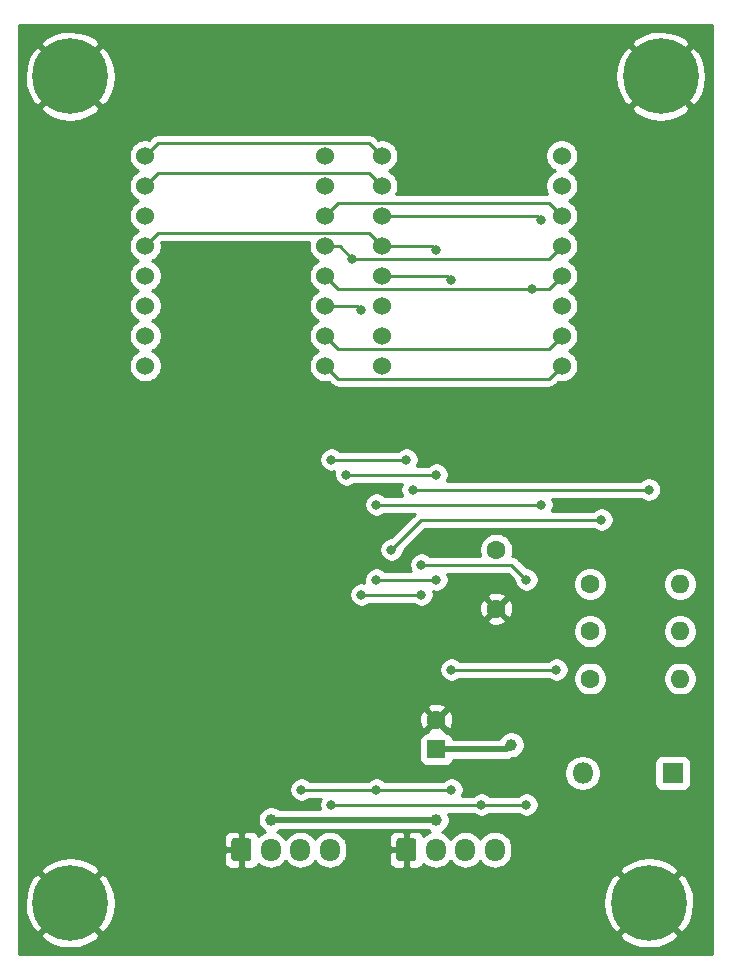
<source format=gbr>
%TF.GenerationSoftware,KiCad,Pcbnew,5.1.10-88a1d61d58~88~ubuntu20.04.1*%
%TF.CreationDate,2021-05-13T20:29:17+02:00*%
%TF.ProjectId,anna_elsa_moves_display,616e6e61-5f65-46c7-9361-5f6d6f766573,rev?*%
%TF.SameCoordinates,Original*%
%TF.FileFunction,Copper,L1,Top*%
%TF.FilePolarity,Positive*%
%FSLAX46Y46*%
G04 Gerber Fmt 4.6, Leading zero omitted, Abs format (unit mm)*
G04 Created by KiCad (PCBNEW 5.1.10-88a1d61d58~88~ubuntu20.04.1) date 2021-05-13 20:29:17*
%MOMM*%
%LPD*%
G01*
G04 APERTURE LIST*
%TA.AperFunction,ComponentPad*%
%ADD10O,1.600000X1.600000*%
%TD*%
%TA.AperFunction,ComponentPad*%
%ADD11C,1.600000*%
%TD*%
%TA.AperFunction,ComponentPad*%
%ADD12O,1.700000X1.950000*%
%TD*%
%TA.AperFunction,ComponentPad*%
%ADD13C,6.400000*%
%TD*%
%TA.AperFunction,ComponentPad*%
%ADD14O,1.800000X1.800000*%
%TD*%
%TA.AperFunction,ComponentPad*%
%ADD15R,1.800000X1.800000*%
%TD*%
%TA.AperFunction,ComponentPad*%
%ADD16C,1.524000*%
%TD*%
%TA.AperFunction,ComponentPad*%
%ADD17R,1.600000X1.600000*%
%TD*%
%TA.AperFunction,ViaPad*%
%ADD18C,0.800000*%
%TD*%
%TA.AperFunction,ViaPad*%
%ADD19C,1.000000*%
%TD*%
%TA.AperFunction,Conductor*%
%ADD20C,0.250000*%
%TD*%
%TA.AperFunction,Conductor*%
%ADD21C,0.500000*%
%TD*%
%TA.AperFunction,Conductor*%
%ADD22C,0.254000*%
%TD*%
%TA.AperFunction,Conductor*%
%ADD23C,0.100000*%
%TD*%
G04 APERTURE END LIST*
D10*
%TO.P,R6,2*%
%TO.N,Net-(D12-Pad1)*%
X147620000Y-96000000D03*
D11*
%TO.P,R6,1*%
%TO.N,Net-(JP6-Pad1)*%
X140000000Y-96000000D03*
%TD*%
D10*
%TO.P,R5,2*%
%TO.N,Net-(D12-Pad1)*%
X147620000Y-92000000D03*
D11*
%TO.P,R5,1*%
%TO.N,Net-(JP5-Pad1)*%
X140000000Y-92000000D03*
%TD*%
D10*
%TO.P,R4,2*%
%TO.N,Net-(D12-Pad1)*%
X147620000Y-88000000D03*
D11*
%TO.P,R4,1*%
%TO.N,Net-(JP4-Pad1)*%
X140000000Y-88000000D03*
%TD*%
D12*
%TO.P,J3,4*%
%TO.N,SCL*%
X117990000Y-110490000D03*
%TO.P,J3,3*%
%TO.N,SDA*%
X115490000Y-110490000D03*
%TO.P,J3,2*%
%TO.N,+5V*%
X112990000Y-110490000D03*
%TO.P,J3,1*%
%TO.N,GND*%
%TA.AperFunction,ComponentPad*%
G36*
G01*
X109640000Y-111215000D02*
X109640000Y-109765000D01*
G75*
G02*
X109890000Y-109515000I250000J0D01*
G01*
X111090000Y-109515000D01*
G75*
G02*
X111340000Y-109765000I0J-250000D01*
G01*
X111340000Y-111215000D01*
G75*
G02*
X111090000Y-111465000I-250000J0D01*
G01*
X109890000Y-111465000D01*
G75*
G02*
X109640000Y-111215000I0J250000D01*
G01*
G37*
%TD.AperFunction*%
%TD*%
%TO.P,J2,4*%
%TO.N,SCL*%
X131960000Y-110490000D03*
%TO.P,J2,3*%
%TO.N,SDA*%
X129460000Y-110490000D03*
%TO.P,J2,2*%
%TO.N,+5V*%
X126960000Y-110490000D03*
%TO.P,J2,1*%
%TO.N,GND*%
%TA.AperFunction,ComponentPad*%
G36*
G01*
X123610000Y-111215000D02*
X123610000Y-109765000D01*
G75*
G02*
X123860000Y-109515000I250000J0D01*
G01*
X125060000Y-109515000D01*
G75*
G02*
X125310000Y-109765000I0J-250000D01*
G01*
X125310000Y-111215000D01*
G75*
G02*
X125060000Y-111465000I-250000J0D01*
G01*
X123860000Y-111465000D01*
G75*
G02*
X123610000Y-111215000I0J250000D01*
G01*
G37*
%TD.AperFunction*%
%TD*%
D13*
%TO.P,H4,1*%
%TO.N,GND*%
X146000000Y-45000000D03*
%TD*%
%TO.P,H3,1*%
%TO.N,GND*%
X96000000Y-115000000D03*
%TD*%
%TO.P,H2,1*%
%TO.N,GND*%
X145000000Y-115000000D03*
%TD*%
%TO.P,H1,1*%
%TO.N,GND*%
X96000000Y-45000000D03*
%TD*%
D14*
%TO.P,D12,2*%
%TO.N,/7_SEG_1*%
X139380000Y-104000000D03*
D15*
%TO.P,D12,1*%
%TO.N,Net-(D12-Pad1)*%
X147000000Y-104000000D03*
%TD*%
D16*
%TO.P,D2,16*%
%TO.N,/7_SEG_2*%
X137615000Y-51735000D03*
%TO.P,D2,15*%
%TO.N,N/C*%
X137615000Y-54275000D03*
%TO.P,D2,14*%
%TO.N,/B_1*%
X137615000Y-56815000D03*
%TO.P,D2,13*%
%TO.N,/G_1*%
X137615000Y-59355000D03*
%TO.P,D2,12*%
%TO.N,/C_1*%
X137615000Y-61895000D03*
%TO.P,D2,11*%
%TO.N,/7_SEG_2*%
X137615000Y-64435000D03*
%TO.P,D2,10*%
%TO.N,/D_1*%
X137615000Y-66975000D03*
%TO.P,D2,9*%
%TO.N,/DP_1*%
X137615000Y-69515000D03*
%TO.P,D2,8*%
%TO.N,N/C*%
X122375000Y-69515000D03*
%TO.P,D2,7*%
X122375000Y-66975000D03*
%TO.P,D2,6*%
X122375000Y-64435000D03*
%TO.P,D2,5*%
%TO.N,/7_SEG_2*%
X122375000Y-61895000D03*
%TO.P,D2,4*%
%TO.N,/E_1*%
X122375000Y-59355000D03*
%TO.P,D2,3*%
%TO.N,/7_SEG_2*%
X122375000Y-56815000D03*
%TO.P,D2,2*%
%TO.N,/F_1*%
X122375000Y-54275000D03*
%TO.P,D2,1*%
%TO.N,/A_1*%
X122375000Y-51735000D03*
%TD*%
%TO.P,D1,16*%
%TO.N,/7_SEG_1*%
X117600000Y-51735000D03*
%TO.P,D1,15*%
%TO.N,N/C*%
X117600000Y-54275000D03*
%TO.P,D1,14*%
%TO.N,/B_1*%
X117600000Y-56815000D03*
%TO.P,D1,13*%
%TO.N,/G_1*%
X117600000Y-59355000D03*
%TO.P,D1,12*%
%TO.N,/C_1*%
X117600000Y-61895000D03*
%TO.P,D1,11*%
%TO.N,/7_SEG_1*%
X117600000Y-64435000D03*
%TO.P,D1,10*%
%TO.N,/D_1*%
X117600000Y-66975000D03*
%TO.P,D1,9*%
%TO.N,/DP_1*%
X117600000Y-69515000D03*
%TO.P,D1,8*%
%TO.N,N/C*%
X102360000Y-69515000D03*
%TO.P,D1,7*%
X102360000Y-66975000D03*
%TO.P,D1,6*%
X102360000Y-64435000D03*
%TO.P,D1,5*%
%TO.N,/7_SEG_1*%
X102360000Y-61895000D03*
%TO.P,D1,4*%
%TO.N,/E_1*%
X102360000Y-59355000D03*
%TO.P,D1,3*%
%TO.N,/7_SEG_1*%
X102360000Y-56815000D03*
%TO.P,D1,2*%
%TO.N,/F_1*%
X102360000Y-54275000D03*
%TO.P,D1,1*%
%TO.N,/A_1*%
X102360000Y-51735000D03*
%TD*%
D11*
%TO.P,C2,2*%
%TO.N,GND*%
X127000000Y-99500000D03*
D17*
%TO.P,C2,1*%
%TO.N,+5V*%
X127000000Y-102000000D03*
%TD*%
D11*
%TO.P,C1,2*%
%TO.N,GND*%
X132080000Y-90090000D03*
%TO.P,C1,1*%
%TO.N,+5V*%
X132080000Y-85090000D03*
%TD*%
D18*
%TO.N,SCL*%
X118110000Y-106680000D03*
X130810000Y-106680000D03*
X125730000Y-86360000D03*
X134620000Y-87630000D03*
X134620000Y-106680000D03*
%TO.N,SDA*%
X115570000Y-105410000D03*
X128270000Y-105410000D03*
X121920000Y-105410000D03*
X121920000Y-87630000D03*
X127000000Y-87630000D03*
D19*
%TO.N,+5V*%
X113030000Y-107950000D03*
X127000000Y-107950000D03*
X133350000Y-101600000D03*
D18*
%TO.N,/A_1*%
X145000000Y-80000000D03*
X125000000Y-80000000D03*
%TO.N,/B_1*%
X140970000Y-82550000D03*
X123190000Y-85090000D03*
%TO.N,/C_1*%
X135890000Y-81280000D03*
X121920000Y-81280000D03*
X135137999Y-62982001D03*
%TO.N,/E_1*%
X127000000Y-59690000D03*
X127000000Y-78740000D03*
X119380000Y-78740000D03*
%TO.N,/F_1*%
X124460000Y-77470000D03*
X118110000Y-77470000D03*
%TO.N,/G_1*%
X119897999Y-60442001D03*
%TO.N,/7_SEG_2*%
X135890000Y-57150000D03*
X128270000Y-62230000D03*
%TO.N,/7_SEG_1*%
X120650000Y-88900000D03*
X125730000Y-88900000D03*
X120650000Y-64770000D03*
X128270000Y-95250000D03*
X137160000Y-95250000D03*
%TD*%
D20*
%TO.N,SCL*%
X133350000Y-86360000D02*
X134620000Y-87630000D01*
X125730000Y-86360000D02*
X133350000Y-86360000D01*
X134620000Y-106680000D02*
X130810000Y-106680000D01*
X128270000Y-106680000D02*
X118110000Y-106680000D01*
X130810000Y-106680000D02*
X128270000Y-106680000D01*
%TO.N,SDA*%
X115570000Y-105410000D02*
X121920000Y-105410000D01*
X121920000Y-105410000D02*
X128270000Y-105410000D01*
X121920000Y-87630000D02*
X127000000Y-87630000D01*
D21*
%TO.N,+5V*%
X113030000Y-107950000D02*
X127000000Y-107950000D01*
X132950000Y-102000000D02*
X133350000Y-101600000D01*
X127000000Y-102000000D02*
X132950000Y-102000000D01*
D20*
%TO.N,/A_1*%
X145000000Y-80000000D02*
X125000000Y-80000000D01*
X121287999Y-50647999D02*
X122375000Y-51735000D01*
X103447001Y-50647999D02*
X121287999Y-50647999D01*
X102360000Y-51735000D02*
X103447001Y-50647999D01*
%TO.N,/B_1*%
X125730000Y-82550000D02*
X123190000Y-85090000D01*
X140970000Y-82550000D02*
X125730000Y-82550000D01*
X136527999Y-55727999D02*
X137615000Y-56815000D01*
X118687001Y-55727999D02*
X136527999Y-55727999D01*
X117600000Y-56815000D02*
X118687001Y-55727999D01*
%TO.N,/C_1*%
X135890000Y-81280000D02*
X121920000Y-81280000D01*
X136527999Y-62982001D02*
X137615000Y-61895000D01*
X117600000Y-61895000D02*
X118687001Y-62982001D01*
X135137999Y-62982001D02*
X136527999Y-62982001D01*
X118687001Y-62982001D02*
X135137999Y-62982001D01*
%TO.N,/D_1*%
X136527999Y-68062001D02*
X137615000Y-66975000D01*
X118687001Y-68062001D02*
X136527999Y-68062001D01*
X117600000Y-66975000D02*
X118687001Y-68062001D01*
%TO.N,/E_1*%
X121287999Y-58267999D02*
X122375000Y-59355000D01*
X103447001Y-58267999D02*
X121287999Y-58267999D01*
X102360000Y-59355000D02*
X103447001Y-58267999D01*
X126665000Y-59355000D02*
X127000000Y-59690000D01*
X122375000Y-59355000D02*
X126665000Y-59355000D01*
X127000000Y-78740000D02*
X119380000Y-78740000D01*
%TO.N,/F_1*%
X121287999Y-53187999D02*
X122375000Y-54275000D01*
X103447001Y-53187999D02*
X121287999Y-53187999D01*
X102360000Y-54275000D02*
X103447001Y-53187999D01*
X124460000Y-77470000D02*
X118110000Y-77470000D01*
%TO.N,/G_1*%
X136527999Y-60442001D02*
X137615000Y-59355000D01*
X118810998Y-59355000D02*
X119897999Y-60442001D01*
X117600000Y-59355000D02*
X118810998Y-59355000D01*
X119897999Y-60442001D02*
X136527999Y-60442001D01*
%TO.N,/DP_1*%
X118687001Y-70602001D02*
X136527999Y-70602001D01*
X136527999Y-70602001D02*
X137615000Y-69515000D01*
X117600000Y-69515000D02*
X118687001Y-70602001D01*
%TO.N,/7_SEG_2*%
X135555000Y-56815000D02*
X135890000Y-57150000D01*
X122375000Y-56815000D02*
X135555000Y-56815000D01*
X127935000Y-61895000D02*
X128270000Y-62230000D01*
X122375000Y-61895000D02*
X127935000Y-61895000D01*
%TO.N,/7_SEG_1*%
X120650000Y-88900000D02*
X125730000Y-88900000D01*
X120315000Y-64435000D02*
X120650000Y-64770000D01*
X117600000Y-64435000D02*
X120315000Y-64435000D01*
X128270000Y-95250000D02*
X137160000Y-95250000D01*
%TD*%
D22*
%TO.N,GND*%
X150340001Y-119340000D02*
X91660000Y-119340000D01*
X91660000Y-117700881D01*
X93478724Y-117700881D01*
X93838912Y-118190548D01*
X94502882Y-118550849D01*
X95224385Y-118774694D01*
X95975695Y-118853480D01*
X96727938Y-118784178D01*
X97452208Y-118569452D01*
X98120670Y-118217555D01*
X98161088Y-118190548D01*
X98521276Y-117700881D01*
X142478724Y-117700881D01*
X142838912Y-118190548D01*
X143502882Y-118550849D01*
X144224385Y-118774694D01*
X144975695Y-118853480D01*
X145727938Y-118784178D01*
X146452208Y-118569452D01*
X147120670Y-118217555D01*
X147161088Y-118190548D01*
X147521276Y-117700881D01*
X145000000Y-115179605D01*
X142478724Y-117700881D01*
X98521276Y-117700881D01*
X96000000Y-115179605D01*
X93478724Y-117700881D01*
X91660000Y-117700881D01*
X91660000Y-114975695D01*
X92146520Y-114975695D01*
X92215822Y-115727938D01*
X92430548Y-116452208D01*
X92782445Y-117120670D01*
X92809452Y-117161088D01*
X93299119Y-117521276D01*
X95820395Y-115000000D01*
X96179605Y-115000000D01*
X98700881Y-117521276D01*
X99190548Y-117161088D01*
X99550849Y-116497118D01*
X99774694Y-115775615D01*
X99853480Y-115024305D01*
X99849002Y-114975695D01*
X141146520Y-114975695D01*
X141215822Y-115727938D01*
X141430548Y-116452208D01*
X141782445Y-117120670D01*
X141809452Y-117161088D01*
X142299119Y-117521276D01*
X144820395Y-115000000D01*
X145179605Y-115000000D01*
X147700881Y-117521276D01*
X148190548Y-117161088D01*
X148550849Y-116497118D01*
X148774694Y-115775615D01*
X148853480Y-115024305D01*
X148784178Y-114272062D01*
X148569452Y-113547792D01*
X148217555Y-112879330D01*
X148190548Y-112838912D01*
X147700881Y-112478724D01*
X145179605Y-115000000D01*
X144820395Y-115000000D01*
X142299119Y-112478724D01*
X141809452Y-112838912D01*
X141449151Y-113502882D01*
X141225306Y-114224385D01*
X141146520Y-114975695D01*
X99849002Y-114975695D01*
X99784178Y-114272062D01*
X99569452Y-113547792D01*
X99217555Y-112879330D01*
X99190548Y-112838912D01*
X98700881Y-112478724D01*
X96179605Y-115000000D01*
X95820395Y-115000000D01*
X93299119Y-112478724D01*
X92809452Y-112838912D01*
X92449151Y-113502882D01*
X92225306Y-114224385D01*
X92146520Y-114975695D01*
X91660000Y-114975695D01*
X91660000Y-112299119D01*
X93478724Y-112299119D01*
X96000000Y-114820395D01*
X98521276Y-112299119D01*
X142478724Y-112299119D01*
X145000000Y-114820395D01*
X147521276Y-112299119D01*
X147161088Y-111809452D01*
X146497118Y-111449151D01*
X145775615Y-111225306D01*
X145024305Y-111146520D01*
X144272062Y-111215822D01*
X143547792Y-111430548D01*
X142879330Y-111782445D01*
X142838912Y-111809452D01*
X142478724Y-112299119D01*
X98521276Y-112299119D01*
X98161088Y-111809452D01*
X97526325Y-111465000D01*
X109001928Y-111465000D01*
X109014188Y-111589482D01*
X109050498Y-111709180D01*
X109109463Y-111819494D01*
X109188815Y-111916185D01*
X109285506Y-111995537D01*
X109395820Y-112054502D01*
X109515518Y-112090812D01*
X109640000Y-112103072D01*
X110204250Y-112100000D01*
X110363000Y-111941250D01*
X110363000Y-110617000D01*
X109163750Y-110617000D01*
X109005000Y-110775750D01*
X109001928Y-111465000D01*
X97526325Y-111465000D01*
X97497118Y-111449151D01*
X96775615Y-111225306D01*
X96024305Y-111146520D01*
X95272062Y-111215822D01*
X94547792Y-111430548D01*
X93879330Y-111782445D01*
X93838912Y-111809452D01*
X93478724Y-112299119D01*
X91660000Y-112299119D01*
X91660000Y-109515000D01*
X109001928Y-109515000D01*
X109005000Y-110204250D01*
X109163750Y-110363000D01*
X110363000Y-110363000D01*
X110363000Y-109038750D01*
X110617000Y-109038750D01*
X110617000Y-110363000D01*
X110637000Y-110363000D01*
X110637000Y-110617000D01*
X110617000Y-110617000D01*
X110617000Y-111941250D01*
X110775750Y-112100000D01*
X111340000Y-112103072D01*
X111464482Y-112090812D01*
X111584180Y-112054502D01*
X111694494Y-111995537D01*
X111791185Y-111916185D01*
X111870537Y-111819494D01*
X111929502Y-111709180D01*
X111940055Y-111674392D01*
X112160987Y-111855706D01*
X112418967Y-111993599D01*
X112698890Y-112078513D01*
X112990000Y-112107185D01*
X113281111Y-112078513D01*
X113561034Y-111993599D01*
X113819014Y-111855706D01*
X114045134Y-111670134D01*
X114230706Y-111444014D01*
X114240000Y-111426626D01*
X114249294Y-111444014D01*
X114434866Y-111670134D01*
X114660987Y-111855706D01*
X114918967Y-111993599D01*
X115198890Y-112078513D01*
X115490000Y-112107185D01*
X115781111Y-112078513D01*
X116061034Y-111993599D01*
X116319014Y-111855706D01*
X116545134Y-111670134D01*
X116730706Y-111444014D01*
X116740000Y-111426626D01*
X116749294Y-111444014D01*
X116934866Y-111670134D01*
X117160987Y-111855706D01*
X117418967Y-111993599D01*
X117698890Y-112078513D01*
X117990000Y-112107185D01*
X118281111Y-112078513D01*
X118561034Y-111993599D01*
X118819014Y-111855706D01*
X119045134Y-111670134D01*
X119213483Y-111465000D01*
X122971928Y-111465000D01*
X122984188Y-111589482D01*
X123020498Y-111709180D01*
X123079463Y-111819494D01*
X123158815Y-111916185D01*
X123255506Y-111995537D01*
X123365820Y-112054502D01*
X123485518Y-112090812D01*
X123610000Y-112103072D01*
X124174250Y-112100000D01*
X124333000Y-111941250D01*
X124333000Y-110617000D01*
X123133750Y-110617000D01*
X122975000Y-110775750D01*
X122971928Y-111465000D01*
X119213483Y-111465000D01*
X119230706Y-111444014D01*
X119368599Y-111186033D01*
X119453513Y-110906110D01*
X119475000Y-110687949D01*
X119475000Y-110292050D01*
X119453513Y-110073889D01*
X119368599Y-109793966D01*
X119230706Y-109535986D01*
X119213484Y-109515000D01*
X122971928Y-109515000D01*
X122975000Y-110204250D01*
X123133750Y-110363000D01*
X124333000Y-110363000D01*
X124333000Y-109038750D01*
X124174250Y-108880000D01*
X123610000Y-108876928D01*
X123485518Y-108889188D01*
X123365820Y-108925498D01*
X123255506Y-108984463D01*
X123158815Y-109063815D01*
X123079463Y-109160506D01*
X123020498Y-109270820D01*
X122984188Y-109390518D01*
X122971928Y-109515000D01*
X119213484Y-109515000D01*
X119045134Y-109309866D01*
X118819013Y-109124294D01*
X118561033Y-108986401D01*
X118281110Y-108901487D01*
X117990000Y-108872815D01*
X117698889Y-108901487D01*
X117418966Y-108986401D01*
X117160986Y-109124294D01*
X116934866Y-109309866D01*
X116749294Y-109535987D01*
X116740000Y-109553374D01*
X116730706Y-109535986D01*
X116545134Y-109309866D01*
X116319013Y-109124294D01*
X116061033Y-108986401D01*
X115781110Y-108901487D01*
X115490000Y-108872815D01*
X115198889Y-108901487D01*
X114918966Y-108986401D01*
X114660986Y-109124294D01*
X114434866Y-109309866D01*
X114249294Y-109535987D01*
X114240000Y-109553374D01*
X114230706Y-109535986D01*
X114045134Y-109309866D01*
X113819013Y-109124294D01*
X113561033Y-108986401D01*
X113522225Y-108974629D01*
X113567624Y-108955824D01*
X113748450Y-108835000D01*
X126281550Y-108835000D01*
X126462376Y-108955824D01*
X126473954Y-108960620D01*
X126388966Y-108986401D01*
X126130986Y-109124294D01*
X125910055Y-109305608D01*
X125899502Y-109270820D01*
X125840537Y-109160506D01*
X125761185Y-109063815D01*
X125664494Y-108984463D01*
X125554180Y-108925498D01*
X125434482Y-108889188D01*
X125310000Y-108876928D01*
X124745750Y-108880000D01*
X124587000Y-109038750D01*
X124587000Y-110363000D01*
X124607000Y-110363000D01*
X124607000Y-110617000D01*
X124587000Y-110617000D01*
X124587000Y-111941250D01*
X124745750Y-112100000D01*
X125310000Y-112103072D01*
X125434482Y-112090812D01*
X125554180Y-112054502D01*
X125664494Y-111995537D01*
X125761185Y-111916185D01*
X125840537Y-111819494D01*
X125899502Y-111709180D01*
X125910055Y-111674392D01*
X126130987Y-111855706D01*
X126388967Y-111993599D01*
X126668890Y-112078513D01*
X126960000Y-112107185D01*
X127251111Y-112078513D01*
X127531034Y-111993599D01*
X127789014Y-111855706D01*
X128015134Y-111670134D01*
X128200706Y-111444014D01*
X128210000Y-111426626D01*
X128219294Y-111444014D01*
X128404866Y-111670134D01*
X128630987Y-111855706D01*
X128888967Y-111993599D01*
X129168890Y-112078513D01*
X129460000Y-112107185D01*
X129751111Y-112078513D01*
X130031034Y-111993599D01*
X130289014Y-111855706D01*
X130515134Y-111670134D01*
X130700706Y-111444014D01*
X130710000Y-111426626D01*
X130719294Y-111444014D01*
X130904866Y-111670134D01*
X131130987Y-111855706D01*
X131388967Y-111993599D01*
X131668890Y-112078513D01*
X131960000Y-112107185D01*
X132251111Y-112078513D01*
X132531034Y-111993599D01*
X132789014Y-111855706D01*
X133015134Y-111670134D01*
X133200706Y-111444014D01*
X133338599Y-111186033D01*
X133423513Y-110906110D01*
X133445000Y-110687949D01*
X133445000Y-110292050D01*
X133423513Y-110073889D01*
X133338599Y-109793966D01*
X133200706Y-109535986D01*
X133015134Y-109309866D01*
X132789013Y-109124294D01*
X132531033Y-108986401D01*
X132251110Y-108901487D01*
X131960000Y-108872815D01*
X131668889Y-108901487D01*
X131388966Y-108986401D01*
X131130986Y-109124294D01*
X130904866Y-109309866D01*
X130719294Y-109535987D01*
X130710000Y-109553374D01*
X130700706Y-109535986D01*
X130515134Y-109309866D01*
X130289013Y-109124294D01*
X130031033Y-108986401D01*
X129751110Y-108901487D01*
X129460000Y-108872815D01*
X129168889Y-108901487D01*
X128888966Y-108986401D01*
X128630986Y-109124294D01*
X128404866Y-109309866D01*
X128219294Y-109535987D01*
X128210000Y-109553374D01*
X128200706Y-109535986D01*
X128015134Y-109309866D01*
X127789013Y-109124294D01*
X127531033Y-108986401D01*
X127492225Y-108974629D01*
X127537624Y-108955824D01*
X127723520Y-108831612D01*
X127881612Y-108673520D01*
X128005824Y-108487624D01*
X128091383Y-108281067D01*
X128135000Y-108061788D01*
X128135000Y-107838212D01*
X128091383Y-107618933D01*
X128017266Y-107440000D01*
X130106289Y-107440000D01*
X130150226Y-107483937D01*
X130319744Y-107597205D01*
X130508102Y-107675226D01*
X130708061Y-107715000D01*
X130911939Y-107715000D01*
X131111898Y-107675226D01*
X131300256Y-107597205D01*
X131469774Y-107483937D01*
X131513711Y-107440000D01*
X133916289Y-107440000D01*
X133960226Y-107483937D01*
X134129744Y-107597205D01*
X134318102Y-107675226D01*
X134518061Y-107715000D01*
X134721939Y-107715000D01*
X134921898Y-107675226D01*
X135110256Y-107597205D01*
X135279774Y-107483937D01*
X135423937Y-107339774D01*
X135537205Y-107170256D01*
X135615226Y-106981898D01*
X135655000Y-106781939D01*
X135655000Y-106578061D01*
X135615226Y-106378102D01*
X135537205Y-106189744D01*
X135423937Y-106020226D01*
X135279774Y-105876063D01*
X135110256Y-105762795D01*
X134921898Y-105684774D01*
X134721939Y-105645000D01*
X134518061Y-105645000D01*
X134318102Y-105684774D01*
X134129744Y-105762795D01*
X133960226Y-105876063D01*
X133916289Y-105920000D01*
X131513711Y-105920000D01*
X131469774Y-105876063D01*
X131300256Y-105762795D01*
X131111898Y-105684774D01*
X130911939Y-105645000D01*
X130708061Y-105645000D01*
X130508102Y-105684774D01*
X130319744Y-105762795D01*
X130150226Y-105876063D01*
X130106289Y-105920000D01*
X129174013Y-105920000D01*
X129187205Y-105900256D01*
X129265226Y-105711898D01*
X129305000Y-105511939D01*
X129305000Y-105308061D01*
X129265226Y-105108102D01*
X129187205Y-104919744D01*
X129073937Y-104750226D01*
X128929774Y-104606063D01*
X128760256Y-104492795D01*
X128571898Y-104414774D01*
X128371939Y-104375000D01*
X128168061Y-104375000D01*
X127968102Y-104414774D01*
X127779744Y-104492795D01*
X127610226Y-104606063D01*
X127566289Y-104650000D01*
X122623711Y-104650000D01*
X122579774Y-104606063D01*
X122410256Y-104492795D01*
X122221898Y-104414774D01*
X122021939Y-104375000D01*
X121818061Y-104375000D01*
X121618102Y-104414774D01*
X121429744Y-104492795D01*
X121260226Y-104606063D01*
X121216289Y-104650000D01*
X116273711Y-104650000D01*
X116229774Y-104606063D01*
X116060256Y-104492795D01*
X115871898Y-104414774D01*
X115671939Y-104375000D01*
X115468061Y-104375000D01*
X115268102Y-104414774D01*
X115079744Y-104492795D01*
X114910226Y-104606063D01*
X114766063Y-104750226D01*
X114652795Y-104919744D01*
X114574774Y-105108102D01*
X114535000Y-105308061D01*
X114535000Y-105511939D01*
X114574774Y-105711898D01*
X114652795Y-105900256D01*
X114766063Y-106069774D01*
X114910226Y-106213937D01*
X115079744Y-106327205D01*
X115268102Y-106405226D01*
X115468061Y-106445000D01*
X115671939Y-106445000D01*
X115871898Y-106405226D01*
X116060256Y-106327205D01*
X116229774Y-106213937D01*
X116273711Y-106170000D01*
X117205987Y-106170000D01*
X117192795Y-106189744D01*
X117114774Y-106378102D01*
X117075000Y-106578061D01*
X117075000Y-106781939D01*
X117114774Y-106981898D01*
X117149196Y-107065000D01*
X113748450Y-107065000D01*
X113567624Y-106944176D01*
X113361067Y-106858617D01*
X113141788Y-106815000D01*
X112918212Y-106815000D01*
X112698933Y-106858617D01*
X112492376Y-106944176D01*
X112306480Y-107068388D01*
X112148388Y-107226480D01*
X112024176Y-107412376D01*
X111938617Y-107618933D01*
X111895000Y-107838212D01*
X111895000Y-108061788D01*
X111938617Y-108281067D01*
X112024176Y-108487624D01*
X112148388Y-108673520D01*
X112306480Y-108831612D01*
X112492376Y-108955824D01*
X112503954Y-108960620D01*
X112418966Y-108986401D01*
X112160986Y-109124294D01*
X111940055Y-109305608D01*
X111929502Y-109270820D01*
X111870537Y-109160506D01*
X111791185Y-109063815D01*
X111694494Y-108984463D01*
X111584180Y-108925498D01*
X111464482Y-108889188D01*
X111340000Y-108876928D01*
X110775750Y-108880000D01*
X110617000Y-109038750D01*
X110363000Y-109038750D01*
X110204250Y-108880000D01*
X109640000Y-108876928D01*
X109515518Y-108889188D01*
X109395820Y-108925498D01*
X109285506Y-108984463D01*
X109188815Y-109063815D01*
X109109463Y-109160506D01*
X109050498Y-109270820D01*
X109014188Y-109390518D01*
X109001928Y-109515000D01*
X91660000Y-109515000D01*
X91660000Y-103848816D01*
X137845000Y-103848816D01*
X137845000Y-104151184D01*
X137903989Y-104447743D01*
X138019701Y-104727095D01*
X138187688Y-104978505D01*
X138401495Y-105192312D01*
X138652905Y-105360299D01*
X138932257Y-105476011D01*
X139228816Y-105535000D01*
X139531184Y-105535000D01*
X139827743Y-105476011D01*
X140107095Y-105360299D01*
X140358505Y-105192312D01*
X140572312Y-104978505D01*
X140740299Y-104727095D01*
X140856011Y-104447743D01*
X140915000Y-104151184D01*
X140915000Y-103848816D01*
X140856011Y-103552257D01*
X140740299Y-103272905D01*
X140624768Y-103100000D01*
X145461928Y-103100000D01*
X145461928Y-104900000D01*
X145474188Y-105024482D01*
X145510498Y-105144180D01*
X145569463Y-105254494D01*
X145648815Y-105351185D01*
X145745506Y-105430537D01*
X145855820Y-105489502D01*
X145975518Y-105525812D01*
X146100000Y-105538072D01*
X147900000Y-105538072D01*
X148024482Y-105525812D01*
X148144180Y-105489502D01*
X148254494Y-105430537D01*
X148351185Y-105351185D01*
X148430537Y-105254494D01*
X148489502Y-105144180D01*
X148525812Y-105024482D01*
X148538072Y-104900000D01*
X148538072Y-103100000D01*
X148525812Y-102975518D01*
X148489502Y-102855820D01*
X148430537Y-102745506D01*
X148351185Y-102648815D01*
X148254494Y-102569463D01*
X148144180Y-102510498D01*
X148024482Y-102474188D01*
X147900000Y-102461928D01*
X146100000Y-102461928D01*
X145975518Y-102474188D01*
X145855820Y-102510498D01*
X145745506Y-102569463D01*
X145648815Y-102648815D01*
X145569463Y-102745506D01*
X145510498Y-102855820D01*
X145474188Y-102975518D01*
X145461928Y-103100000D01*
X140624768Y-103100000D01*
X140572312Y-103021495D01*
X140358505Y-102807688D01*
X140107095Y-102639701D01*
X139827743Y-102523989D01*
X139531184Y-102465000D01*
X139228816Y-102465000D01*
X138932257Y-102523989D01*
X138652905Y-102639701D01*
X138401495Y-102807688D01*
X138187688Y-103021495D01*
X138019701Y-103272905D01*
X137903989Y-103552257D01*
X137845000Y-103848816D01*
X91660000Y-103848816D01*
X91660000Y-101200000D01*
X125561928Y-101200000D01*
X125561928Y-102800000D01*
X125574188Y-102924482D01*
X125610498Y-103044180D01*
X125669463Y-103154494D01*
X125748815Y-103251185D01*
X125845506Y-103330537D01*
X125955820Y-103389502D01*
X126075518Y-103425812D01*
X126200000Y-103438072D01*
X127800000Y-103438072D01*
X127924482Y-103425812D01*
X128044180Y-103389502D01*
X128154494Y-103330537D01*
X128251185Y-103251185D01*
X128330537Y-103154494D01*
X128389502Y-103044180D01*
X128425812Y-102924482D01*
X128429701Y-102885000D01*
X132906531Y-102885000D01*
X132950000Y-102889281D01*
X132993469Y-102885000D01*
X132993477Y-102885000D01*
X133123490Y-102872195D01*
X133290313Y-102821589D01*
X133444059Y-102739411D01*
X133449434Y-102735000D01*
X133461788Y-102735000D01*
X133681067Y-102691383D01*
X133887624Y-102605824D01*
X134073520Y-102481612D01*
X134231612Y-102323520D01*
X134355824Y-102137624D01*
X134441383Y-101931067D01*
X134485000Y-101711788D01*
X134485000Y-101488212D01*
X134441383Y-101268933D01*
X134355824Y-101062376D01*
X134231612Y-100876480D01*
X134073520Y-100718388D01*
X133887624Y-100594176D01*
X133681067Y-100508617D01*
X133461788Y-100465000D01*
X133238212Y-100465000D01*
X133018933Y-100508617D01*
X132812376Y-100594176D01*
X132626480Y-100718388D01*
X132468388Y-100876480D01*
X132344176Y-101062376D01*
X132322378Y-101115000D01*
X128429701Y-101115000D01*
X128425812Y-101075518D01*
X128389502Y-100955820D01*
X128330537Y-100845506D01*
X128251185Y-100748815D01*
X128154494Y-100669463D01*
X128044180Y-100610498D01*
X127924482Y-100574188D01*
X127800000Y-100561928D01*
X127792785Y-100561928D01*
X127813097Y-100492702D01*
X127000000Y-99679605D01*
X126186903Y-100492702D01*
X126207215Y-100561928D01*
X126200000Y-100561928D01*
X126075518Y-100574188D01*
X125955820Y-100610498D01*
X125845506Y-100669463D01*
X125748815Y-100748815D01*
X125669463Y-100845506D01*
X125610498Y-100955820D01*
X125574188Y-101075518D01*
X125561928Y-101200000D01*
X91660000Y-101200000D01*
X91660000Y-99570512D01*
X125559783Y-99570512D01*
X125601213Y-99850130D01*
X125696397Y-100116292D01*
X125763329Y-100241514D01*
X126007298Y-100313097D01*
X126820395Y-99500000D01*
X127179605Y-99500000D01*
X127992702Y-100313097D01*
X128236671Y-100241514D01*
X128357571Y-99986004D01*
X128426300Y-99711816D01*
X128440217Y-99429488D01*
X128398787Y-99149870D01*
X128303603Y-98883708D01*
X128236671Y-98758486D01*
X127992702Y-98686903D01*
X127179605Y-99500000D01*
X126820395Y-99500000D01*
X126007298Y-98686903D01*
X125763329Y-98758486D01*
X125642429Y-99013996D01*
X125573700Y-99288184D01*
X125559783Y-99570512D01*
X91660000Y-99570512D01*
X91660000Y-98507298D01*
X126186903Y-98507298D01*
X127000000Y-99320395D01*
X127813097Y-98507298D01*
X127741514Y-98263329D01*
X127486004Y-98142429D01*
X127211816Y-98073700D01*
X126929488Y-98059783D01*
X126649870Y-98101213D01*
X126383708Y-98196397D01*
X126258486Y-98263329D01*
X126186903Y-98507298D01*
X91660000Y-98507298D01*
X91660000Y-95148061D01*
X127235000Y-95148061D01*
X127235000Y-95351939D01*
X127274774Y-95551898D01*
X127352795Y-95740256D01*
X127466063Y-95909774D01*
X127610226Y-96053937D01*
X127779744Y-96167205D01*
X127968102Y-96245226D01*
X128168061Y-96285000D01*
X128371939Y-96285000D01*
X128571898Y-96245226D01*
X128760256Y-96167205D01*
X128929774Y-96053937D01*
X128973711Y-96010000D01*
X136456289Y-96010000D01*
X136500226Y-96053937D01*
X136669744Y-96167205D01*
X136858102Y-96245226D01*
X137058061Y-96285000D01*
X137261939Y-96285000D01*
X137461898Y-96245226D01*
X137650256Y-96167205D01*
X137819774Y-96053937D01*
X137963937Y-95909774D01*
X137998086Y-95858665D01*
X138565000Y-95858665D01*
X138565000Y-96141335D01*
X138620147Y-96418574D01*
X138728320Y-96679727D01*
X138885363Y-96914759D01*
X139085241Y-97114637D01*
X139320273Y-97271680D01*
X139581426Y-97379853D01*
X139858665Y-97435000D01*
X140141335Y-97435000D01*
X140418574Y-97379853D01*
X140679727Y-97271680D01*
X140914759Y-97114637D01*
X141114637Y-96914759D01*
X141271680Y-96679727D01*
X141379853Y-96418574D01*
X141435000Y-96141335D01*
X141435000Y-95858665D01*
X146185000Y-95858665D01*
X146185000Y-96141335D01*
X146240147Y-96418574D01*
X146348320Y-96679727D01*
X146505363Y-96914759D01*
X146705241Y-97114637D01*
X146940273Y-97271680D01*
X147201426Y-97379853D01*
X147478665Y-97435000D01*
X147761335Y-97435000D01*
X148038574Y-97379853D01*
X148299727Y-97271680D01*
X148534759Y-97114637D01*
X148734637Y-96914759D01*
X148891680Y-96679727D01*
X148999853Y-96418574D01*
X149055000Y-96141335D01*
X149055000Y-95858665D01*
X148999853Y-95581426D01*
X148891680Y-95320273D01*
X148734637Y-95085241D01*
X148534759Y-94885363D01*
X148299727Y-94728320D01*
X148038574Y-94620147D01*
X147761335Y-94565000D01*
X147478665Y-94565000D01*
X147201426Y-94620147D01*
X146940273Y-94728320D01*
X146705241Y-94885363D01*
X146505363Y-95085241D01*
X146348320Y-95320273D01*
X146240147Y-95581426D01*
X146185000Y-95858665D01*
X141435000Y-95858665D01*
X141379853Y-95581426D01*
X141271680Y-95320273D01*
X141114637Y-95085241D01*
X140914759Y-94885363D01*
X140679727Y-94728320D01*
X140418574Y-94620147D01*
X140141335Y-94565000D01*
X139858665Y-94565000D01*
X139581426Y-94620147D01*
X139320273Y-94728320D01*
X139085241Y-94885363D01*
X138885363Y-95085241D01*
X138728320Y-95320273D01*
X138620147Y-95581426D01*
X138565000Y-95858665D01*
X137998086Y-95858665D01*
X138077205Y-95740256D01*
X138155226Y-95551898D01*
X138195000Y-95351939D01*
X138195000Y-95148061D01*
X138155226Y-94948102D01*
X138077205Y-94759744D01*
X137963937Y-94590226D01*
X137819774Y-94446063D01*
X137650256Y-94332795D01*
X137461898Y-94254774D01*
X137261939Y-94215000D01*
X137058061Y-94215000D01*
X136858102Y-94254774D01*
X136669744Y-94332795D01*
X136500226Y-94446063D01*
X136456289Y-94490000D01*
X128973711Y-94490000D01*
X128929774Y-94446063D01*
X128760256Y-94332795D01*
X128571898Y-94254774D01*
X128371939Y-94215000D01*
X128168061Y-94215000D01*
X127968102Y-94254774D01*
X127779744Y-94332795D01*
X127610226Y-94446063D01*
X127466063Y-94590226D01*
X127352795Y-94759744D01*
X127274774Y-94948102D01*
X127235000Y-95148061D01*
X91660000Y-95148061D01*
X91660000Y-91858665D01*
X138565000Y-91858665D01*
X138565000Y-92141335D01*
X138620147Y-92418574D01*
X138728320Y-92679727D01*
X138885363Y-92914759D01*
X139085241Y-93114637D01*
X139320273Y-93271680D01*
X139581426Y-93379853D01*
X139858665Y-93435000D01*
X140141335Y-93435000D01*
X140418574Y-93379853D01*
X140679727Y-93271680D01*
X140914759Y-93114637D01*
X141114637Y-92914759D01*
X141271680Y-92679727D01*
X141379853Y-92418574D01*
X141435000Y-92141335D01*
X141435000Y-91858665D01*
X146185000Y-91858665D01*
X146185000Y-92141335D01*
X146240147Y-92418574D01*
X146348320Y-92679727D01*
X146505363Y-92914759D01*
X146705241Y-93114637D01*
X146940273Y-93271680D01*
X147201426Y-93379853D01*
X147478665Y-93435000D01*
X147761335Y-93435000D01*
X148038574Y-93379853D01*
X148299727Y-93271680D01*
X148534759Y-93114637D01*
X148734637Y-92914759D01*
X148891680Y-92679727D01*
X148999853Y-92418574D01*
X149055000Y-92141335D01*
X149055000Y-91858665D01*
X148999853Y-91581426D01*
X148891680Y-91320273D01*
X148734637Y-91085241D01*
X148534759Y-90885363D01*
X148299727Y-90728320D01*
X148038574Y-90620147D01*
X147761335Y-90565000D01*
X147478665Y-90565000D01*
X147201426Y-90620147D01*
X146940273Y-90728320D01*
X146705241Y-90885363D01*
X146505363Y-91085241D01*
X146348320Y-91320273D01*
X146240147Y-91581426D01*
X146185000Y-91858665D01*
X141435000Y-91858665D01*
X141379853Y-91581426D01*
X141271680Y-91320273D01*
X141114637Y-91085241D01*
X140914759Y-90885363D01*
X140679727Y-90728320D01*
X140418574Y-90620147D01*
X140141335Y-90565000D01*
X139858665Y-90565000D01*
X139581426Y-90620147D01*
X139320273Y-90728320D01*
X139085241Y-90885363D01*
X138885363Y-91085241D01*
X138728320Y-91320273D01*
X138620147Y-91581426D01*
X138565000Y-91858665D01*
X91660000Y-91858665D01*
X91660000Y-91082702D01*
X131266903Y-91082702D01*
X131338486Y-91326671D01*
X131593996Y-91447571D01*
X131868184Y-91516300D01*
X132150512Y-91530217D01*
X132430130Y-91488787D01*
X132696292Y-91393603D01*
X132821514Y-91326671D01*
X132893097Y-91082702D01*
X132080000Y-90269605D01*
X131266903Y-91082702D01*
X91660000Y-91082702D01*
X91660000Y-90160512D01*
X130639783Y-90160512D01*
X130681213Y-90440130D01*
X130776397Y-90706292D01*
X130843329Y-90831514D01*
X131087298Y-90903097D01*
X131900395Y-90090000D01*
X132259605Y-90090000D01*
X133072702Y-90903097D01*
X133316671Y-90831514D01*
X133437571Y-90576004D01*
X133506300Y-90301816D01*
X133520217Y-90019488D01*
X133478787Y-89739870D01*
X133383603Y-89473708D01*
X133316671Y-89348486D01*
X133072702Y-89276903D01*
X132259605Y-90090000D01*
X131900395Y-90090000D01*
X131087298Y-89276903D01*
X130843329Y-89348486D01*
X130722429Y-89603996D01*
X130653700Y-89878184D01*
X130639783Y-90160512D01*
X91660000Y-90160512D01*
X91660000Y-88798061D01*
X119615000Y-88798061D01*
X119615000Y-89001939D01*
X119654774Y-89201898D01*
X119732795Y-89390256D01*
X119846063Y-89559774D01*
X119990226Y-89703937D01*
X120159744Y-89817205D01*
X120348102Y-89895226D01*
X120548061Y-89935000D01*
X120751939Y-89935000D01*
X120951898Y-89895226D01*
X121140256Y-89817205D01*
X121309774Y-89703937D01*
X121353711Y-89660000D01*
X125026289Y-89660000D01*
X125070226Y-89703937D01*
X125239744Y-89817205D01*
X125428102Y-89895226D01*
X125628061Y-89935000D01*
X125831939Y-89935000D01*
X126031898Y-89895226D01*
X126220256Y-89817205D01*
X126389774Y-89703937D01*
X126533937Y-89559774D01*
X126647205Y-89390256D01*
X126725226Y-89201898D01*
X126746032Y-89097298D01*
X131266903Y-89097298D01*
X132080000Y-89910395D01*
X132893097Y-89097298D01*
X132821514Y-88853329D01*
X132566004Y-88732429D01*
X132291816Y-88663700D01*
X132009488Y-88649783D01*
X131729870Y-88691213D01*
X131463708Y-88786397D01*
X131338486Y-88853329D01*
X131266903Y-89097298D01*
X126746032Y-89097298D01*
X126765000Y-89001939D01*
X126765000Y-88798061D01*
X126731961Y-88631961D01*
X126898061Y-88665000D01*
X127101939Y-88665000D01*
X127301898Y-88625226D01*
X127490256Y-88547205D01*
X127659774Y-88433937D01*
X127803937Y-88289774D01*
X127917205Y-88120256D01*
X127995226Y-87931898D01*
X128035000Y-87731939D01*
X128035000Y-87528061D01*
X127995226Y-87328102D01*
X127917205Y-87139744D01*
X127904013Y-87120000D01*
X133035199Y-87120000D01*
X133585000Y-87669802D01*
X133585000Y-87731939D01*
X133624774Y-87931898D01*
X133702795Y-88120256D01*
X133816063Y-88289774D01*
X133960226Y-88433937D01*
X134129744Y-88547205D01*
X134318102Y-88625226D01*
X134518061Y-88665000D01*
X134721939Y-88665000D01*
X134921898Y-88625226D01*
X135110256Y-88547205D01*
X135279774Y-88433937D01*
X135423937Y-88289774D01*
X135537205Y-88120256D01*
X135615226Y-87931898D01*
X135629792Y-87858665D01*
X138565000Y-87858665D01*
X138565000Y-88141335D01*
X138620147Y-88418574D01*
X138728320Y-88679727D01*
X138885363Y-88914759D01*
X139085241Y-89114637D01*
X139320273Y-89271680D01*
X139581426Y-89379853D01*
X139858665Y-89435000D01*
X140141335Y-89435000D01*
X140418574Y-89379853D01*
X140679727Y-89271680D01*
X140914759Y-89114637D01*
X141114637Y-88914759D01*
X141271680Y-88679727D01*
X141379853Y-88418574D01*
X141435000Y-88141335D01*
X141435000Y-87858665D01*
X146185000Y-87858665D01*
X146185000Y-88141335D01*
X146240147Y-88418574D01*
X146348320Y-88679727D01*
X146505363Y-88914759D01*
X146705241Y-89114637D01*
X146940273Y-89271680D01*
X147201426Y-89379853D01*
X147478665Y-89435000D01*
X147761335Y-89435000D01*
X148038574Y-89379853D01*
X148299727Y-89271680D01*
X148534759Y-89114637D01*
X148734637Y-88914759D01*
X148891680Y-88679727D01*
X148999853Y-88418574D01*
X149055000Y-88141335D01*
X149055000Y-87858665D01*
X148999853Y-87581426D01*
X148891680Y-87320273D01*
X148734637Y-87085241D01*
X148534759Y-86885363D01*
X148299727Y-86728320D01*
X148038574Y-86620147D01*
X147761335Y-86565000D01*
X147478665Y-86565000D01*
X147201426Y-86620147D01*
X146940273Y-86728320D01*
X146705241Y-86885363D01*
X146505363Y-87085241D01*
X146348320Y-87320273D01*
X146240147Y-87581426D01*
X146185000Y-87858665D01*
X141435000Y-87858665D01*
X141379853Y-87581426D01*
X141271680Y-87320273D01*
X141114637Y-87085241D01*
X140914759Y-86885363D01*
X140679727Y-86728320D01*
X140418574Y-86620147D01*
X140141335Y-86565000D01*
X139858665Y-86565000D01*
X139581426Y-86620147D01*
X139320273Y-86728320D01*
X139085241Y-86885363D01*
X138885363Y-87085241D01*
X138728320Y-87320273D01*
X138620147Y-87581426D01*
X138565000Y-87858665D01*
X135629792Y-87858665D01*
X135655000Y-87731939D01*
X135655000Y-87528061D01*
X135615226Y-87328102D01*
X135537205Y-87139744D01*
X135423937Y-86970226D01*
X135279774Y-86826063D01*
X135110256Y-86712795D01*
X134921898Y-86634774D01*
X134721939Y-86595000D01*
X134659802Y-86595000D01*
X133913804Y-85849003D01*
X133890001Y-85819999D01*
X133774276Y-85725026D01*
X133642247Y-85654454D01*
X133498986Y-85610997D01*
X133420625Y-85603279D01*
X133459853Y-85508574D01*
X133515000Y-85231335D01*
X133515000Y-84948665D01*
X133459853Y-84671426D01*
X133351680Y-84410273D01*
X133194637Y-84175241D01*
X132994759Y-83975363D01*
X132759727Y-83818320D01*
X132498574Y-83710147D01*
X132221335Y-83655000D01*
X131938665Y-83655000D01*
X131661426Y-83710147D01*
X131400273Y-83818320D01*
X131165241Y-83975363D01*
X130965363Y-84175241D01*
X130808320Y-84410273D01*
X130700147Y-84671426D01*
X130645000Y-84948665D01*
X130645000Y-85231335D01*
X130700147Y-85508574D01*
X130738017Y-85600000D01*
X126433711Y-85600000D01*
X126389774Y-85556063D01*
X126220256Y-85442795D01*
X126031898Y-85364774D01*
X125831939Y-85325000D01*
X125628061Y-85325000D01*
X125428102Y-85364774D01*
X125239744Y-85442795D01*
X125070226Y-85556063D01*
X124926063Y-85700226D01*
X124812795Y-85869744D01*
X124734774Y-86058102D01*
X124695000Y-86258061D01*
X124695000Y-86461939D01*
X124734774Y-86661898D01*
X124812795Y-86850256D01*
X124825987Y-86870000D01*
X122623711Y-86870000D01*
X122579774Y-86826063D01*
X122410256Y-86712795D01*
X122221898Y-86634774D01*
X122021939Y-86595000D01*
X121818061Y-86595000D01*
X121618102Y-86634774D01*
X121429744Y-86712795D01*
X121260226Y-86826063D01*
X121116063Y-86970226D01*
X121002795Y-87139744D01*
X120924774Y-87328102D01*
X120885000Y-87528061D01*
X120885000Y-87731939D01*
X120918039Y-87898039D01*
X120751939Y-87865000D01*
X120548061Y-87865000D01*
X120348102Y-87904774D01*
X120159744Y-87982795D01*
X119990226Y-88096063D01*
X119846063Y-88240226D01*
X119732795Y-88409744D01*
X119654774Y-88598102D01*
X119615000Y-88798061D01*
X91660000Y-88798061D01*
X91660000Y-77368061D01*
X117075000Y-77368061D01*
X117075000Y-77571939D01*
X117114774Y-77771898D01*
X117192795Y-77960256D01*
X117306063Y-78129774D01*
X117450226Y-78273937D01*
X117619744Y-78387205D01*
X117808102Y-78465226D01*
X118008061Y-78505000D01*
X118211939Y-78505000D01*
X118378039Y-78471961D01*
X118345000Y-78638061D01*
X118345000Y-78841939D01*
X118384774Y-79041898D01*
X118462795Y-79230256D01*
X118576063Y-79399774D01*
X118720226Y-79543937D01*
X118889744Y-79657205D01*
X119078102Y-79735226D01*
X119278061Y-79775000D01*
X119481939Y-79775000D01*
X119681898Y-79735226D01*
X119870256Y-79657205D01*
X120039774Y-79543937D01*
X120083711Y-79500000D01*
X124089306Y-79500000D01*
X124082795Y-79509744D01*
X124004774Y-79698102D01*
X123965000Y-79898061D01*
X123965000Y-80101939D01*
X124004774Y-80301898D01*
X124082795Y-80490256D01*
X124102669Y-80520000D01*
X122623711Y-80520000D01*
X122579774Y-80476063D01*
X122410256Y-80362795D01*
X122221898Y-80284774D01*
X122021939Y-80245000D01*
X121818061Y-80245000D01*
X121618102Y-80284774D01*
X121429744Y-80362795D01*
X121260226Y-80476063D01*
X121116063Y-80620226D01*
X121002795Y-80789744D01*
X120924774Y-80978102D01*
X120885000Y-81178061D01*
X120885000Y-81381939D01*
X120924774Y-81581898D01*
X121002795Y-81770256D01*
X121116063Y-81939774D01*
X121260226Y-82083937D01*
X121429744Y-82197205D01*
X121618102Y-82275226D01*
X121818061Y-82315000D01*
X122021939Y-82315000D01*
X122221898Y-82275226D01*
X122410256Y-82197205D01*
X122579774Y-82083937D01*
X122623711Y-82040000D01*
X125165197Y-82040000D01*
X123150199Y-84055000D01*
X123088061Y-84055000D01*
X122888102Y-84094774D01*
X122699744Y-84172795D01*
X122530226Y-84286063D01*
X122386063Y-84430226D01*
X122272795Y-84599744D01*
X122194774Y-84788102D01*
X122155000Y-84988061D01*
X122155000Y-85191939D01*
X122194774Y-85391898D01*
X122272795Y-85580256D01*
X122386063Y-85749774D01*
X122530226Y-85893937D01*
X122699744Y-86007205D01*
X122888102Y-86085226D01*
X123088061Y-86125000D01*
X123291939Y-86125000D01*
X123491898Y-86085226D01*
X123680256Y-86007205D01*
X123849774Y-85893937D01*
X123993937Y-85749774D01*
X124107205Y-85580256D01*
X124185226Y-85391898D01*
X124225000Y-85191939D01*
X124225000Y-85129801D01*
X126044803Y-83310000D01*
X140266289Y-83310000D01*
X140310226Y-83353937D01*
X140479744Y-83467205D01*
X140668102Y-83545226D01*
X140868061Y-83585000D01*
X141071939Y-83585000D01*
X141271898Y-83545226D01*
X141460256Y-83467205D01*
X141629774Y-83353937D01*
X141773937Y-83209774D01*
X141887205Y-83040256D01*
X141965226Y-82851898D01*
X142005000Y-82651939D01*
X142005000Y-82448061D01*
X141965226Y-82248102D01*
X141887205Y-82059744D01*
X141773937Y-81890226D01*
X141629774Y-81746063D01*
X141460256Y-81632795D01*
X141271898Y-81554774D01*
X141071939Y-81515000D01*
X140868061Y-81515000D01*
X140668102Y-81554774D01*
X140479744Y-81632795D01*
X140310226Y-81746063D01*
X140266289Y-81790000D01*
X136794013Y-81790000D01*
X136807205Y-81770256D01*
X136885226Y-81581898D01*
X136925000Y-81381939D01*
X136925000Y-81178061D01*
X136885226Y-80978102D01*
X136807205Y-80789744D01*
X136787331Y-80760000D01*
X144296289Y-80760000D01*
X144340226Y-80803937D01*
X144509744Y-80917205D01*
X144698102Y-80995226D01*
X144898061Y-81035000D01*
X145101939Y-81035000D01*
X145301898Y-80995226D01*
X145490256Y-80917205D01*
X145659774Y-80803937D01*
X145803937Y-80659774D01*
X145917205Y-80490256D01*
X145995226Y-80301898D01*
X146035000Y-80101939D01*
X146035000Y-79898061D01*
X145995226Y-79698102D01*
X145917205Y-79509744D01*
X145803937Y-79340226D01*
X145659774Y-79196063D01*
X145490256Y-79082795D01*
X145301898Y-79004774D01*
X145101939Y-78965000D01*
X144898061Y-78965000D01*
X144698102Y-79004774D01*
X144509744Y-79082795D01*
X144340226Y-79196063D01*
X144296289Y-79240000D01*
X127910694Y-79240000D01*
X127917205Y-79230256D01*
X127995226Y-79041898D01*
X128035000Y-78841939D01*
X128035000Y-78638061D01*
X127995226Y-78438102D01*
X127917205Y-78249744D01*
X127803937Y-78080226D01*
X127659774Y-77936063D01*
X127490256Y-77822795D01*
X127301898Y-77744774D01*
X127101939Y-77705000D01*
X126898061Y-77705000D01*
X126698102Y-77744774D01*
X126509744Y-77822795D01*
X126340226Y-77936063D01*
X126296289Y-77980000D01*
X125364013Y-77980000D01*
X125377205Y-77960256D01*
X125455226Y-77771898D01*
X125495000Y-77571939D01*
X125495000Y-77368061D01*
X125455226Y-77168102D01*
X125377205Y-76979744D01*
X125263937Y-76810226D01*
X125119774Y-76666063D01*
X124950256Y-76552795D01*
X124761898Y-76474774D01*
X124561939Y-76435000D01*
X124358061Y-76435000D01*
X124158102Y-76474774D01*
X123969744Y-76552795D01*
X123800226Y-76666063D01*
X123756289Y-76710000D01*
X118813711Y-76710000D01*
X118769774Y-76666063D01*
X118600256Y-76552795D01*
X118411898Y-76474774D01*
X118211939Y-76435000D01*
X118008061Y-76435000D01*
X117808102Y-76474774D01*
X117619744Y-76552795D01*
X117450226Y-76666063D01*
X117306063Y-76810226D01*
X117192795Y-76979744D01*
X117114774Y-77168102D01*
X117075000Y-77368061D01*
X91660000Y-77368061D01*
X91660000Y-51597408D01*
X100963000Y-51597408D01*
X100963000Y-51872592D01*
X101016686Y-52142490D01*
X101121995Y-52396727D01*
X101274880Y-52625535D01*
X101469465Y-52820120D01*
X101698273Y-52973005D01*
X101775515Y-53005000D01*
X101698273Y-53036995D01*
X101469465Y-53189880D01*
X101274880Y-53384465D01*
X101121995Y-53613273D01*
X101016686Y-53867510D01*
X100963000Y-54137408D01*
X100963000Y-54412592D01*
X101016686Y-54682490D01*
X101121995Y-54936727D01*
X101274880Y-55165535D01*
X101469465Y-55360120D01*
X101698273Y-55513005D01*
X101775515Y-55545000D01*
X101698273Y-55576995D01*
X101469465Y-55729880D01*
X101274880Y-55924465D01*
X101121995Y-56153273D01*
X101016686Y-56407510D01*
X100963000Y-56677408D01*
X100963000Y-56952592D01*
X101016686Y-57222490D01*
X101121995Y-57476727D01*
X101274880Y-57705535D01*
X101469465Y-57900120D01*
X101698273Y-58053005D01*
X101775515Y-58085000D01*
X101698273Y-58116995D01*
X101469465Y-58269880D01*
X101274880Y-58464465D01*
X101121995Y-58693273D01*
X101016686Y-58947510D01*
X100963000Y-59217408D01*
X100963000Y-59492592D01*
X101016686Y-59762490D01*
X101121995Y-60016727D01*
X101274880Y-60245535D01*
X101469465Y-60440120D01*
X101698273Y-60593005D01*
X101775515Y-60625000D01*
X101698273Y-60656995D01*
X101469465Y-60809880D01*
X101274880Y-61004465D01*
X101121995Y-61233273D01*
X101016686Y-61487510D01*
X100963000Y-61757408D01*
X100963000Y-62032592D01*
X101016686Y-62302490D01*
X101121995Y-62556727D01*
X101274880Y-62785535D01*
X101469465Y-62980120D01*
X101698273Y-63133005D01*
X101775515Y-63165000D01*
X101698273Y-63196995D01*
X101469465Y-63349880D01*
X101274880Y-63544465D01*
X101121995Y-63773273D01*
X101016686Y-64027510D01*
X100963000Y-64297408D01*
X100963000Y-64572592D01*
X101016686Y-64842490D01*
X101121995Y-65096727D01*
X101274880Y-65325535D01*
X101469465Y-65520120D01*
X101698273Y-65673005D01*
X101775515Y-65705000D01*
X101698273Y-65736995D01*
X101469465Y-65889880D01*
X101274880Y-66084465D01*
X101121995Y-66313273D01*
X101016686Y-66567510D01*
X100963000Y-66837408D01*
X100963000Y-67112592D01*
X101016686Y-67382490D01*
X101121995Y-67636727D01*
X101274880Y-67865535D01*
X101469465Y-68060120D01*
X101698273Y-68213005D01*
X101775515Y-68245000D01*
X101698273Y-68276995D01*
X101469465Y-68429880D01*
X101274880Y-68624465D01*
X101121995Y-68853273D01*
X101016686Y-69107510D01*
X100963000Y-69377408D01*
X100963000Y-69652592D01*
X101016686Y-69922490D01*
X101121995Y-70176727D01*
X101274880Y-70405535D01*
X101469465Y-70600120D01*
X101698273Y-70753005D01*
X101952510Y-70858314D01*
X102222408Y-70912000D01*
X102497592Y-70912000D01*
X102767490Y-70858314D01*
X103021727Y-70753005D01*
X103250535Y-70600120D01*
X103445120Y-70405535D01*
X103598005Y-70176727D01*
X103703314Y-69922490D01*
X103757000Y-69652592D01*
X103757000Y-69377408D01*
X103703314Y-69107510D01*
X103598005Y-68853273D01*
X103445120Y-68624465D01*
X103250535Y-68429880D01*
X103021727Y-68276995D01*
X102944485Y-68245000D01*
X103021727Y-68213005D01*
X103250535Y-68060120D01*
X103445120Y-67865535D01*
X103598005Y-67636727D01*
X103703314Y-67382490D01*
X103757000Y-67112592D01*
X103757000Y-66837408D01*
X103703314Y-66567510D01*
X103598005Y-66313273D01*
X103445120Y-66084465D01*
X103250535Y-65889880D01*
X103021727Y-65736995D01*
X102944485Y-65705000D01*
X103021727Y-65673005D01*
X103250535Y-65520120D01*
X103445120Y-65325535D01*
X103598005Y-65096727D01*
X103703314Y-64842490D01*
X103757000Y-64572592D01*
X103757000Y-64297408D01*
X103703314Y-64027510D01*
X103598005Y-63773273D01*
X103445120Y-63544465D01*
X103250535Y-63349880D01*
X103021727Y-63196995D01*
X102944485Y-63165000D01*
X103021727Y-63133005D01*
X103250535Y-62980120D01*
X103445120Y-62785535D01*
X103598005Y-62556727D01*
X103703314Y-62302490D01*
X103757000Y-62032592D01*
X103757000Y-61757408D01*
X103703314Y-61487510D01*
X103598005Y-61233273D01*
X103445120Y-61004465D01*
X103250535Y-60809880D01*
X103021727Y-60656995D01*
X102944485Y-60625000D01*
X103021727Y-60593005D01*
X103250535Y-60440120D01*
X103445120Y-60245535D01*
X103598005Y-60016727D01*
X103703314Y-59762490D01*
X103757000Y-59492592D01*
X103757000Y-59217408D01*
X103726372Y-59063430D01*
X103761803Y-59027999D01*
X116240676Y-59027999D01*
X116203000Y-59217408D01*
X116203000Y-59492592D01*
X116256686Y-59762490D01*
X116361995Y-60016727D01*
X116514880Y-60245535D01*
X116709465Y-60440120D01*
X116938273Y-60593005D01*
X117015515Y-60625000D01*
X116938273Y-60656995D01*
X116709465Y-60809880D01*
X116514880Y-61004465D01*
X116361995Y-61233273D01*
X116256686Y-61487510D01*
X116203000Y-61757408D01*
X116203000Y-62032592D01*
X116256686Y-62302490D01*
X116361995Y-62556727D01*
X116514880Y-62785535D01*
X116709465Y-62980120D01*
X116938273Y-63133005D01*
X117015515Y-63165000D01*
X116938273Y-63196995D01*
X116709465Y-63349880D01*
X116514880Y-63544465D01*
X116361995Y-63773273D01*
X116256686Y-64027510D01*
X116203000Y-64297408D01*
X116203000Y-64572592D01*
X116256686Y-64842490D01*
X116361995Y-65096727D01*
X116514880Y-65325535D01*
X116709465Y-65520120D01*
X116938273Y-65673005D01*
X117015515Y-65705000D01*
X116938273Y-65736995D01*
X116709465Y-65889880D01*
X116514880Y-66084465D01*
X116361995Y-66313273D01*
X116256686Y-66567510D01*
X116203000Y-66837408D01*
X116203000Y-67112592D01*
X116256686Y-67382490D01*
X116361995Y-67636727D01*
X116514880Y-67865535D01*
X116709465Y-68060120D01*
X116938273Y-68213005D01*
X117015515Y-68245000D01*
X116938273Y-68276995D01*
X116709465Y-68429880D01*
X116514880Y-68624465D01*
X116361995Y-68853273D01*
X116256686Y-69107510D01*
X116203000Y-69377408D01*
X116203000Y-69652592D01*
X116256686Y-69922490D01*
X116361995Y-70176727D01*
X116514880Y-70405535D01*
X116709465Y-70600120D01*
X116938273Y-70753005D01*
X117192510Y-70858314D01*
X117462408Y-70912000D01*
X117737592Y-70912000D01*
X117891570Y-70881372D01*
X118123202Y-71113004D01*
X118147000Y-71142002D01*
X118175998Y-71165800D01*
X118262725Y-71236975D01*
X118394754Y-71307547D01*
X118538015Y-71351004D01*
X118687001Y-71365678D01*
X118724334Y-71362001D01*
X136490677Y-71362001D01*
X136527999Y-71365677D01*
X136565321Y-71362001D01*
X136565332Y-71362001D01*
X136676985Y-71351004D01*
X136820246Y-71307547D01*
X136952275Y-71236975D01*
X137068000Y-71142002D01*
X137091803Y-71112999D01*
X137323429Y-70881372D01*
X137477408Y-70912000D01*
X137752592Y-70912000D01*
X138022490Y-70858314D01*
X138276727Y-70753005D01*
X138505535Y-70600120D01*
X138700120Y-70405535D01*
X138853005Y-70176727D01*
X138958314Y-69922490D01*
X139012000Y-69652592D01*
X139012000Y-69377408D01*
X138958314Y-69107510D01*
X138853005Y-68853273D01*
X138700120Y-68624465D01*
X138505535Y-68429880D01*
X138276727Y-68276995D01*
X138199485Y-68245000D01*
X138276727Y-68213005D01*
X138505535Y-68060120D01*
X138700120Y-67865535D01*
X138853005Y-67636727D01*
X138958314Y-67382490D01*
X139012000Y-67112592D01*
X139012000Y-66837408D01*
X138958314Y-66567510D01*
X138853005Y-66313273D01*
X138700120Y-66084465D01*
X138505535Y-65889880D01*
X138276727Y-65736995D01*
X138199485Y-65705000D01*
X138276727Y-65673005D01*
X138505535Y-65520120D01*
X138700120Y-65325535D01*
X138853005Y-65096727D01*
X138958314Y-64842490D01*
X139012000Y-64572592D01*
X139012000Y-64297408D01*
X138958314Y-64027510D01*
X138853005Y-63773273D01*
X138700120Y-63544465D01*
X138505535Y-63349880D01*
X138276727Y-63196995D01*
X138199485Y-63165000D01*
X138276727Y-63133005D01*
X138505535Y-62980120D01*
X138700120Y-62785535D01*
X138853005Y-62556727D01*
X138958314Y-62302490D01*
X139012000Y-62032592D01*
X139012000Y-61757408D01*
X138958314Y-61487510D01*
X138853005Y-61233273D01*
X138700120Y-61004465D01*
X138505535Y-60809880D01*
X138276727Y-60656995D01*
X138199485Y-60625000D01*
X138276727Y-60593005D01*
X138505535Y-60440120D01*
X138700120Y-60245535D01*
X138853005Y-60016727D01*
X138958314Y-59762490D01*
X139012000Y-59492592D01*
X139012000Y-59217408D01*
X138958314Y-58947510D01*
X138853005Y-58693273D01*
X138700120Y-58464465D01*
X138505535Y-58269880D01*
X138276727Y-58116995D01*
X138199485Y-58085000D01*
X138276727Y-58053005D01*
X138505535Y-57900120D01*
X138700120Y-57705535D01*
X138853005Y-57476727D01*
X138958314Y-57222490D01*
X139012000Y-56952592D01*
X139012000Y-56677408D01*
X138958314Y-56407510D01*
X138853005Y-56153273D01*
X138700120Y-55924465D01*
X138505535Y-55729880D01*
X138276727Y-55576995D01*
X138199485Y-55545000D01*
X138276727Y-55513005D01*
X138505535Y-55360120D01*
X138700120Y-55165535D01*
X138853005Y-54936727D01*
X138958314Y-54682490D01*
X139012000Y-54412592D01*
X139012000Y-54137408D01*
X138958314Y-53867510D01*
X138853005Y-53613273D01*
X138700120Y-53384465D01*
X138505535Y-53189880D01*
X138276727Y-53036995D01*
X138199485Y-53005000D01*
X138276727Y-52973005D01*
X138505535Y-52820120D01*
X138700120Y-52625535D01*
X138853005Y-52396727D01*
X138958314Y-52142490D01*
X139012000Y-51872592D01*
X139012000Y-51597408D01*
X138958314Y-51327510D01*
X138853005Y-51073273D01*
X138700120Y-50844465D01*
X138505535Y-50649880D01*
X138276727Y-50496995D01*
X138022490Y-50391686D01*
X137752592Y-50338000D01*
X137477408Y-50338000D01*
X137207510Y-50391686D01*
X136953273Y-50496995D01*
X136724465Y-50649880D01*
X136529880Y-50844465D01*
X136376995Y-51073273D01*
X136271686Y-51327510D01*
X136218000Y-51597408D01*
X136218000Y-51872592D01*
X136271686Y-52142490D01*
X136376995Y-52396727D01*
X136529880Y-52625535D01*
X136724465Y-52820120D01*
X136953273Y-52973005D01*
X137030515Y-53005000D01*
X136953273Y-53036995D01*
X136724465Y-53189880D01*
X136529880Y-53384465D01*
X136376995Y-53613273D01*
X136271686Y-53867510D01*
X136218000Y-54137408D01*
X136218000Y-54412592D01*
X136271686Y-54682490D01*
X136376995Y-54936727D01*
X136397890Y-54967999D01*
X123592110Y-54967999D01*
X123613005Y-54936727D01*
X123718314Y-54682490D01*
X123772000Y-54412592D01*
X123772000Y-54137408D01*
X123718314Y-53867510D01*
X123613005Y-53613273D01*
X123460120Y-53384465D01*
X123265535Y-53189880D01*
X123036727Y-53036995D01*
X122959485Y-53005000D01*
X123036727Y-52973005D01*
X123265535Y-52820120D01*
X123460120Y-52625535D01*
X123613005Y-52396727D01*
X123718314Y-52142490D01*
X123772000Y-51872592D01*
X123772000Y-51597408D01*
X123718314Y-51327510D01*
X123613005Y-51073273D01*
X123460120Y-50844465D01*
X123265535Y-50649880D01*
X123036727Y-50496995D01*
X122782490Y-50391686D01*
X122512592Y-50338000D01*
X122237408Y-50338000D01*
X122083429Y-50368628D01*
X121851803Y-50137001D01*
X121828000Y-50107998D01*
X121712275Y-50013025D01*
X121580246Y-49942453D01*
X121436985Y-49898996D01*
X121325332Y-49887999D01*
X121325321Y-49887999D01*
X121287999Y-49884323D01*
X121250677Y-49887999D01*
X103484334Y-49887999D01*
X103447001Y-49884322D01*
X103409668Y-49887999D01*
X103298015Y-49898996D01*
X103154754Y-49942453D01*
X103022725Y-50013025D01*
X102907000Y-50107998D01*
X102883202Y-50136996D01*
X102651570Y-50368628D01*
X102497592Y-50338000D01*
X102222408Y-50338000D01*
X101952510Y-50391686D01*
X101698273Y-50496995D01*
X101469465Y-50649880D01*
X101274880Y-50844465D01*
X101121995Y-51073273D01*
X101016686Y-51327510D01*
X100963000Y-51597408D01*
X91660000Y-51597408D01*
X91660000Y-47700881D01*
X93478724Y-47700881D01*
X93838912Y-48190548D01*
X94502882Y-48550849D01*
X95224385Y-48774694D01*
X95975695Y-48853480D01*
X96727938Y-48784178D01*
X97452208Y-48569452D01*
X98120670Y-48217555D01*
X98161088Y-48190548D01*
X98521276Y-47700881D01*
X143478724Y-47700881D01*
X143838912Y-48190548D01*
X144502882Y-48550849D01*
X145224385Y-48774694D01*
X145975695Y-48853480D01*
X146727938Y-48784178D01*
X147452208Y-48569452D01*
X148120670Y-48217555D01*
X148161088Y-48190548D01*
X148521276Y-47700881D01*
X146000000Y-45179605D01*
X143478724Y-47700881D01*
X98521276Y-47700881D01*
X96000000Y-45179605D01*
X93478724Y-47700881D01*
X91660000Y-47700881D01*
X91660000Y-44975695D01*
X92146520Y-44975695D01*
X92215822Y-45727938D01*
X92430548Y-46452208D01*
X92782445Y-47120670D01*
X92809452Y-47161088D01*
X93299119Y-47521276D01*
X95820395Y-45000000D01*
X96179605Y-45000000D01*
X98700881Y-47521276D01*
X99190548Y-47161088D01*
X99550849Y-46497118D01*
X99774694Y-45775615D01*
X99853480Y-45024305D01*
X99849002Y-44975695D01*
X142146520Y-44975695D01*
X142215822Y-45727938D01*
X142430548Y-46452208D01*
X142782445Y-47120670D01*
X142809452Y-47161088D01*
X143299119Y-47521276D01*
X145820395Y-45000000D01*
X146179605Y-45000000D01*
X148700881Y-47521276D01*
X149190548Y-47161088D01*
X149550849Y-46497118D01*
X149774694Y-45775615D01*
X149853480Y-45024305D01*
X149784178Y-44272062D01*
X149569452Y-43547792D01*
X149217555Y-42879330D01*
X149190548Y-42838912D01*
X148700881Y-42478724D01*
X146179605Y-45000000D01*
X145820395Y-45000000D01*
X143299119Y-42478724D01*
X142809452Y-42838912D01*
X142449151Y-43502882D01*
X142225306Y-44224385D01*
X142146520Y-44975695D01*
X99849002Y-44975695D01*
X99784178Y-44272062D01*
X99569452Y-43547792D01*
X99217555Y-42879330D01*
X99190548Y-42838912D01*
X98700881Y-42478724D01*
X96179605Y-45000000D01*
X95820395Y-45000000D01*
X93299119Y-42478724D01*
X92809452Y-42838912D01*
X92449151Y-43502882D01*
X92225306Y-44224385D01*
X92146520Y-44975695D01*
X91660000Y-44975695D01*
X91660000Y-42299119D01*
X93478724Y-42299119D01*
X96000000Y-44820395D01*
X98521276Y-42299119D01*
X143478724Y-42299119D01*
X146000000Y-44820395D01*
X148521276Y-42299119D01*
X148161088Y-41809452D01*
X147497118Y-41449151D01*
X146775615Y-41225306D01*
X146024305Y-41146520D01*
X145272062Y-41215822D01*
X144547792Y-41430548D01*
X143879330Y-41782445D01*
X143838912Y-41809452D01*
X143478724Y-42299119D01*
X98521276Y-42299119D01*
X98161088Y-41809452D01*
X97497118Y-41449151D01*
X96775615Y-41225306D01*
X96024305Y-41146520D01*
X95272062Y-41215822D01*
X94547792Y-41430548D01*
X93879330Y-41782445D01*
X93838912Y-41809452D01*
X93478724Y-42299119D01*
X91660000Y-42299119D01*
X91660000Y-40660000D01*
X150340000Y-40660000D01*
X150340001Y-119340000D01*
%TA.AperFunction,Conductor*%
D23*
G36*
X150340001Y-119340000D02*
G01*
X91660000Y-119340000D01*
X91660000Y-117700881D01*
X93478724Y-117700881D01*
X93838912Y-118190548D01*
X94502882Y-118550849D01*
X95224385Y-118774694D01*
X95975695Y-118853480D01*
X96727938Y-118784178D01*
X97452208Y-118569452D01*
X98120670Y-118217555D01*
X98161088Y-118190548D01*
X98521276Y-117700881D01*
X142478724Y-117700881D01*
X142838912Y-118190548D01*
X143502882Y-118550849D01*
X144224385Y-118774694D01*
X144975695Y-118853480D01*
X145727938Y-118784178D01*
X146452208Y-118569452D01*
X147120670Y-118217555D01*
X147161088Y-118190548D01*
X147521276Y-117700881D01*
X145000000Y-115179605D01*
X142478724Y-117700881D01*
X98521276Y-117700881D01*
X96000000Y-115179605D01*
X93478724Y-117700881D01*
X91660000Y-117700881D01*
X91660000Y-114975695D01*
X92146520Y-114975695D01*
X92215822Y-115727938D01*
X92430548Y-116452208D01*
X92782445Y-117120670D01*
X92809452Y-117161088D01*
X93299119Y-117521276D01*
X95820395Y-115000000D01*
X96179605Y-115000000D01*
X98700881Y-117521276D01*
X99190548Y-117161088D01*
X99550849Y-116497118D01*
X99774694Y-115775615D01*
X99853480Y-115024305D01*
X99849002Y-114975695D01*
X141146520Y-114975695D01*
X141215822Y-115727938D01*
X141430548Y-116452208D01*
X141782445Y-117120670D01*
X141809452Y-117161088D01*
X142299119Y-117521276D01*
X144820395Y-115000000D01*
X145179605Y-115000000D01*
X147700881Y-117521276D01*
X148190548Y-117161088D01*
X148550849Y-116497118D01*
X148774694Y-115775615D01*
X148853480Y-115024305D01*
X148784178Y-114272062D01*
X148569452Y-113547792D01*
X148217555Y-112879330D01*
X148190548Y-112838912D01*
X147700881Y-112478724D01*
X145179605Y-115000000D01*
X144820395Y-115000000D01*
X142299119Y-112478724D01*
X141809452Y-112838912D01*
X141449151Y-113502882D01*
X141225306Y-114224385D01*
X141146520Y-114975695D01*
X99849002Y-114975695D01*
X99784178Y-114272062D01*
X99569452Y-113547792D01*
X99217555Y-112879330D01*
X99190548Y-112838912D01*
X98700881Y-112478724D01*
X96179605Y-115000000D01*
X95820395Y-115000000D01*
X93299119Y-112478724D01*
X92809452Y-112838912D01*
X92449151Y-113502882D01*
X92225306Y-114224385D01*
X92146520Y-114975695D01*
X91660000Y-114975695D01*
X91660000Y-112299119D01*
X93478724Y-112299119D01*
X96000000Y-114820395D01*
X98521276Y-112299119D01*
X142478724Y-112299119D01*
X145000000Y-114820395D01*
X147521276Y-112299119D01*
X147161088Y-111809452D01*
X146497118Y-111449151D01*
X145775615Y-111225306D01*
X145024305Y-111146520D01*
X144272062Y-111215822D01*
X143547792Y-111430548D01*
X142879330Y-111782445D01*
X142838912Y-111809452D01*
X142478724Y-112299119D01*
X98521276Y-112299119D01*
X98161088Y-111809452D01*
X97526325Y-111465000D01*
X109001928Y-111465000D01*
X109014188Y-111589482D01*
X109050498Y-111709180D01*
X109109463Y-111819494D01*
X109188815Y-111916185D01*
X109285506Y-111995537D01*
X109395820Y-112054502D01*
X109515518Y-112090812D01*
X109640000Y-112103072D01*
X110204250Y-112100000D01*
X110363000Y-111941250D01*
X110363000Y-110617000D01*
X109163750Y-110617000D01*
X109005000Y-110775750D01*
X109001928Y-111465000D01*
X97526325Y-111465000D01*
X97497118Y-111449151D01*
X96775615Y-111225306D01*
X96024305Y-111146520D01*
X95272062Y-111215822D01*
X94547792Y-111430548D01*
X93879330Y-111782445D01*
X93838912Y-111809452D01*
X93478724Y-112299119D01*
X91660000Y-112299119D01*
X91660000Y-109515000D01*
X109001928Y-109515000D01*
X109005000Y-110204250D01*
X109163750Y-110363000D01*
X110363000Y-110363000D01*
X110363000Y-109038750D01*
X110617000Y-109038750D01*
X110617000Y-110363000D01*
X110637000Y-110363000D01*
X110637000Y-110617000D01*
X110617000Y-110617000D01*
X110617000Y-111941250D01*
X110775750Y-112100000D01*
X111340000Y-112103072D01*
X111464482Y-112090812D01*
X111584180Y-112054502D01*
X111694494Y-111995537D01*
X111791185Y-111916185D01*
X111870537Y-111819494D01*
X111929502Y-111709180D01*
X111940055Y-111674392D01*
X112160987Y-111855706D01*
X112418967Y-111993599D01*
X112698890Y-112078513D01*
X112990000Y-112107185D01*
X113281111Y-112078513D01*
X113561034Y-111993599D01*
X113819014Y-111855706D01*
X114045134Y-111670134D01*
X114230706Y-111444014D01*
X114240000Y-111426626D01*
X114249294Y-111444014D01*
X114434866Y-111670134D01*
X114660987Y-111855706D01*
X114918967Y-111993599D01*
X115198890Y-112078513D01*
X115490000Y-112107185D01*
X115781111Y-112078513D01*
X116061034Y-111993599D01*
X116319014Y-111855706D01*
X116545134Y-111670134D01*
X116730706Y-111444014D01*
X116740000Y-111426626D01*
X116749294Y-111444014D01*
X116934866Y-111670134D01*
X117160987Y-111855706D01*
X117418967Y-111993599D01*
X117698890Y-112078513D01*
X117990000Y-112107185D01*
X118281111Y-112078513D01*
X118561034Y-111993599D01*
X118819014Y-111855706D01*
X119045134Y-111670134D01*
X119213483Y-111465000D01*
X122971928Y-111465000D01*
X122984188Y-111589482D01*
X123020498Y-111709180D01*
X123079463Y-111819494D01*
X123158815Y-111916185D01*
X123255506Y-111995537D01*
X123365820Y-112054502D01*
X123485518Y-112090812D01*
X123610000Y-112103072D01*
X124174250Y-112100000D01*
X124333000Y-111941250D01*
X124333000Y-110617000D01*
X123133750Y-110617000D01*
X122975000Y-110775750D01*
X122971928Y-111465000D01*
X119213483Y-111465000D01*
X119230706Y-111444014D01*
X119368599Y-111186033D01*
X119453513Y-110906110D01*
X119475000Y-110687949D01*
X119475000Y-110292050D01*
X119453513Y-110073889D01*
X119368599Y-109793966D01*
X119230706Y-109535986D01*
X119213484Y-109515000D01*
X122971928Y-109515000D01*
X122975000Y-110204250D01*
X123133750Y-110363000D01*
X124333000Y-110363000D01*
X124333000Y-109038750D01*
X124174250Y-108880000D01*
X123610000Y-108876928D01*
X123485518Y-108889188D01*
X123365820Y-108925498D01*
X123255506Y-108984463D01*
X123158815Y-109063815D01*
X123079463Y-109160506D01*
X123020498Y-109270820D01*
X122984188Y-109390518D01*
X122971928Y-109515000D01*
X119213484Y-109515000D01*
X119045134Y-109309866D01*
X118819013Y-109124294D01*
X118561033Y-108986401D01*
X118281110Y-108901487D01*
X117990000Y-108872815D01*
X117698889Y-108901487D01*
X117418966Y-108986401D01*
X117160986Y-109124294D01*
X116934866Y-109309866D01*
X116749294Y-109535987D01*
X116740000Y-109553374D01*
X116730706Y-109535986D01*
X116545134Y-109309866D01*
X116319013Y-109124294D01*
X116061033Y-108986401D01*
X115781110Y-108901487D01*
X115490000Y-108872815D01*
X115198889Y-108901487D01*
X114918966Y-108986401D01*
X114660986Y-109124294D01*
X114434866Y-109309866D01*
X114249294Y-109535987D01*
X114240000Y-109553374D01*
X114230706Y-109535986D01*
X114045134Y-109309866D01*
X113819013Y-109124294D01*
X113561033Y-108986401D01*
X113522225Y-108974629D01*
X113567624Y-108955824D01*
X113748450Y-108835000D01*
X126281550Y-108835000D01*
X126462376Y-108955824D01*
X126473954Y-108960620D01*
X126388966Y-108986401D01*
X126130986Y-109124294D01*
X125910055Y-109305608D01*
X125899502Y-109270820D01*
X125840537Y-109160506D01*
X125761185Y-109063815D01*
X125664494Y-108984463D01*
X125554180Y-108925498D01*
X125434482Y-108889188D01*
X125310000Y-108876928D01*
X124745750Y-108880000D01*
X124587000Y-109038750D01*
X124587000Y-110363000D01*
X124607000Y-110363000D01*
X124607000Y-110617000D01*
X124587000Y-110617000D01*
X124587000Y-111941250D01*
X124745750Y-112100000D01*
X125310000Y-112103072D01*
X125434482Y-112090812D01*
X125554180Y-112054502D01*
X125664494Y-111995537D01*
X125761185Y-111916185D01*
X125840537Y-111819494D01*
X125899502Y-111709180D01*
X125910055Y-111674392D01*
X126130987Y-111855706D01*
X126388967Y-111993599D01*
X126668890Y-112078513D01*
X126960000Y-112107185D01*
X127251111Y-112078513D01*
X127531034Y-111993599D01*
X127789014Y-111855706D01*
X128015134Y-111670134D01*
X128200706Y-111444014D01*
X128210000Y-111426626D01*
X128219294Y-111444014D01*
X128404866Y-111670134D01*
X128630987Y-111855706D01*
X128888967Y-111993599D01*
X129168890Y-112078513D01*
X129460000Y-112107185D01*
X129751111Y-112078513D01*
X130031034Y-111993599D01*
X130289014Y-111855706D01*
X130515134Y-111670134D01*
X130700706Y-111444014D01*
X130710000Y-111426626D01*
X130719294Y-111444014D01*
X130904866Y-111670134D01*
X131130987Y-111855706D01*
X131388967Y-111993599D01*
X131668890Y-112078513D01*
X131960000Y-112107185D01*
X132251111Y-112078513D01*
X132531034Y-111993599D01*
X132789014Y-111855706D01*
X133015134Y-111670134D01*
X133200706Y-111444014D01*
X133338599Y-111186033D01*
X133423513Y-110906110D01*
X133445000Y-110687949D01*
X133445000Y-110292050D01*
X133423513Y-110073889D01*
X133338599Y-109793966D01*
X133200706Y-109535986D01*
X133015134Y-109309866D01*
X132789013Y-109124294D01*
X132531033Y-108986401D01*
X132251110Y-108901487D01*
X131960000Y-108872815D01*
X131668889Y-108901487D01*
X131388966Y-108986401D01*
X131130986Y-109124294D01*
X130904866Y-109309866D01*
X130719294Y-109535987D01*
X130710000Y-109553374D01*
X130700706Y-109535986D01*
X130515134Y-109309866D01*
X130289013Y-109124294D01*
X130031033Y-108986401D01*
X129751110Y-108901487D01*
X129460000Y-108872815D01*
X129168889Y-108901487D01*
X128888966Y-108986401D01*
X128630986Y-109124294D01*
X128404866Y-109309866D01*
X128219294Y-109535987D01*
X128210000Y-109553374D01*
X128200706Y-109535986D01*
X128015134Y-109309866D01*
X127789013Y-109124294D01*
X127531033Y-108986401D01*
X127492225Y-108974629D01*
X127537624Y-108955824D01*
X127723520Y-108831612D01*
X127881612Y-108673520D01*
X128005824Y-108487624D01*
X128091383Y-108281067D01*
X128135000Y-108061788D01*
X128135000Y-107838212D01*
X128091383Y-107618933D01*
X128017266Y-107440000D01*
X130106289Y-107440000D01*
X130150226Y-107483937D01*
X130319744Y-107597205D01*
X130508102Y-107675226D01*
X130708061Y-107715000D01*
X130911939Y-107715000D01*
X131111898Y-107675226D01*
X131300256Y-107597205D01*
X131469774Y-107483937D01*
X131513711Y-107440000D01*
X133916289Y-107440000D01*
X133960226Y-107483937D01*
X134129744Y-107597205D01*
X134318102Y-107675226D01*
X134518061Y-107715000D01*
X134721939Y-107715000D01*
X134921898Y-107675226D01*
X135110256Y-107597205D01*
X135279774Y-107483937D01*
X135423937Y-107339774D01*
X135537205Y-107170256D01*
X135615226Y-106981898D01*
X135655000Y-106781939D01*
X135655000Y-106578061D01*
X135615226Y-106378102D01*
X135537205Y-106189744D01*
X135423937Y-106020226D01*
X135279774Y-105876063D01*
X135110256Y-105762795D01*
X134921898Y-105684774D01*
X134721939Y-105645000D01*
X134518061Y-105645000D01*
X134318102Y-105684774D01*
X134129744Y-105762795D01*
X133960226Y-105876063D01*
X133916289Y-105920000D01*
X131513711Y-105920000D01*
X131469774Y-105876063D01*
X131300256Y-105762795D01*
X131111898Y-105684774D01*
X130911939Y-105645000D01*
X130708061Y-105645000D01*
X130508102Y-105684774D01*
X130319744Y-105762795D01*
X130150226Y-105876063D01*
X130106289Y-105920000D01*
X129174013Y-105920000D01*
X129187205Y-105900256D01*
X129265226Y-105711898D01*
X129305000Y-105511939D01*
X129305000Y-105308061D01*
X129265226Y-105108102D01*
X129187205Y-104919744D01*
X129073937Y-104750226D01*
X128929774Y-104606063D01*
X128760256Y-104492795D01*
X128571898Y-104414774D01*
X128371939Y-104375000D01*
X128168061Y-104375000D01*
X127968102Y-104414774D01*
X127779744Y-104492795D01*
X127610226Y-104606063D01*
X127566289Y-104650000D01*
X122623711Y-104650000D01*
X122579774Y-104606063D01*
X122410256Y-104492795D01*
X122221898Y-104414774D01*
X122021939Y-104375000D01*
X121818061Y-104375000D01*
X121618102Y-104414774D01*
X121429744Y-104492795D01*
X121260226Y-104606063D01*
X121216289Y-104650000D01*
X116273711Y-104650000D01*
X116229774Y-104606063D01*
X116060256Y-104492795D01*
X115871898Y-104414774D01*
X115671939Y-104375000D01*
X115468061Y-104375000D01*
X115268102Y-104414774D01*
X115079744Y-104492795D01*
X114910226Y-104606063D01*
X114766063Y-104750226D01*
X114652795Y-104919744D01*
X114574774Y-105108102D01*
X114535000Y-105308061D01*
X114535000Y-105511939D01*
X114574774Y-105711898D01*
X114652795Y-105900256D01*
X114766063Y-106069774D01*
X114910226Y-106213937D01*
X115079744Y-106327205D01*
X115268102Y-106405226D01*
X115468061Y-106445000D01*
X115671939Y-106445000D01*
X115871898Y-106405226D01*
X116060256Y-106327205D01*
X116229774Y-106213937D01*
X116273711Y-106170000D01*
X117205987Y-106170000D01*
X117192795Y-106189744D01*
X117114774Y-106378102D01*
X117075000Y-106578061D01*
X117075000Y-106781939D01*
X117114774Y-106981898D01*
X117149196Y-107065000D01*
X113748450Y-107065000D01*
X113567624Y-106944176D01*
X113361067Y-106858617D01*
X113141788Y-106815000D01*
X112918212Y-106815000D01*
X112698933Y-106858617D01*
X112492376Y-106944176D01*
X112306480Y-107068388D01*
X112148388Y-107226480D01*
X112024176Y-107412376D01*
X111938617Y-107618933D01*
X111895000Y-107838212D01*
X111895000Y-108061788D01*
X111938617Y-108281067D01*
X112024176Y-108487624D01*
X112148388Y-108673520D01*
X112306480Y-108831612D01*
X112492376Y-108955824D01*
X112503954Y-108960620D01*
X112418966Y-108986401D01*
X112160986Y-109124294D01*
X111940055Y-109305608D01*
X111929502Y-109270820D01*
X111870537Y-109160506D01*
X111791185Y-109063815D01*
X111694494Y-108984463D01*
X111584180Y-108925498D01*
X111464482Y-108889188D01*
X111340000Y-108876928D01*
X110775750Y-108880000D01*
X110617000Y-109038750D01*
X110363000Y-109038750D01*
X110204250Y-108880000D01*
X109640000Y-108876928D01*
X109515518Y-108889188D01*
X109395820Y-108925498D01*
X109285506Y-108984463D01*
X109188815Y-109063815D01*
X109109463Y-109160506D01*
X109050498Y-109270820D01*
X109014188Y-109390518D01*
X109001928Y-109515000D01*
X91660000Y-109515000D01*
X91660000Y-103848816D01*
X137845000Y-103848816D01*
X137845000Y-104151184D01*
X137903989Y-104447743D01*
X138019701Y-104727095D01*
X138187688Y-104978505D01*
X138401495Y-105192312D01*
X138652905Y-105360299D01*
X138932257Y-105476011D01*
X139228816Y-105535000D01*
X139531184Y-105535000D01*
X139827743Y-105476011D01*
X140107095Y-105360299D01*
X140358505Y-105192312D01*
X140572312Y-104978505D01*
X140740299Y-104727095D01*
X140856011Y-104447743D01*
X140915000Y-104151184D01*
X140915000Y-103848816D01*
X140856011Y-103552257D01*
X140740299Y-103272905D01*
X140624768Y-103100000D01*
X145461928Y-103100000D01*
X145461928Y-104900000D01*
X145474188Y-105024482D01*
X145510498Y-105144180D01*
X145569463Y-105254494D01*
X145648815Y-105351185D01*
X145745506Y-105430537D01*
X145855820Y-105489502D01*
X145975518Y-105525812D01*
X146100000Y-105538072D01*
X147900000Y-105538072D01*
X148024482Y-105525812D01*
X148144180Y-105489502D01*
X148254494Y-105430537D01*
X148351185Y-105351185D01*
X148430537Y-105254494D01*
X148489502Y-105144180D01*
X148525812Y-105024482D01*
X148538072Y-104900000D01*
X148538072Y-103100000D01*
X148525812Y-102975518D01*
X148489502Y-102855820D01*
X148430537Y-102745506D01*
X148351185Y-102648815D01*
X148254494Y-102569463D01*
X148144180Y-102510498D01*
X148024482Y-102474188D01*
X147900000Y-102461928D01*
X146100000Y-102461928D01*
X145975518Y-102474188D01*
X145855820Y-102510498D01*
X145745506Y-102569463D01*
X145648815Y-102648815D01*
X145569463Y-102745506D01*
X145510498Y-102855820D01*
X145474188Y-102975518D01*
X145461928Y-103100000D01*
X140624768Y-103100000D01*
X140572312Y-103021495D01*
X140358505Y-102807688D01*
X140107095Y-102639701D01*
X139827743Y-102523989D01*
X139531184Y-102465000D01*
X139228816Y-102465000D01*
X138932257Y-102523989D01*
X138652905Y-102639701D01*
X138401495Y-102807688D01*
X138187688Y-103021495D01*
X138019701Y-103272905D01*
X137903989Y-103552257D01*
X137845000Y-103848816D01*
X91660000Y-103848816D01*
X91660000Y-101200000D01*
X125561928Y-101200000D01*
X125561928Y-102800000D01*
X125574188Y-102924482D01*
X125610498Y-103044180D01*
X125669463Y-103154494D01*
X125748815Y-103251185D01*
X125845506Y-103330537D01*
X125955820Y-103389502D01*
X126075518Y-103425812D01*
X126200000Y-103438072D01*
X127800000Y-103438072D01*
X127924482Y-103425812D01*
X128044180Y-103389502D01*
X128154494Y-103330537D01*
X128251185Y-103251185D01*
X128330537Y-103154494D01*
X128389502Y-103044180D01*
X128425812Y-102924482D01*
X128429701Y-102885000D01*
X132906531Y-102885000D01*
X132950000Y-102889281D01*
X132993469Y-102885000D01*
X132993477Y-102885000D01*
X133123490Y-102872195D01*
X133290313Y-102821589D01*
X133444059Y-102739411D01*
X133449434Y-102735000D01*
X133461788Y-102735000D01*
X133681067Y-102691383D01*
X133887624Y-102605824D01*
X134073520Y-102481612D01*
X134231612Y-102323520D01*
X134355824Y-102137624D01*
X134441383Y-101931067D01*
X134485000Y-101711788D01*
X134485000Y-101488212D01*
X134441383Y-101268933D01*
X134355824Y-101062376D01*
X134231612Y-100876480D01*
X134073520Y-100718388D01*
X133887624Y-100594176D01*
X133681067Y-100508617D01*
X133461788Y-100465000D01*
X133238212Y-100465000D01*
X133018933Y-100508617D01*
X132812376Y-100594176D01*
X132626480Y-100718388D01*
X132468388Y-100876480D01*
X132344176Y-101062376D01*
X132322378Y-101115000D01*
X128429701Y-101115000D01*
X128425812Y-101075518D01*
X128389502Y-100955820D01*
X128330537Y-100845506D01*
X128251185Y-100748815D01*
X128154494Y-100669463D01*
X128044180Y-100610498D01*
X127924482Y-100574188D01*
X127800000Y-100561928D01*
X127792785Y-100561928D01*
X127813097Y-100492702D01*
X127000000Y-99679605D01*
X126186903Y-100492702D01*
X126207215Y-100561928D01*
X126200000Y-100561928D01*
X126075518Y-100574188D01*
X125955820Y-100610498D01*
X125845506Y-100669463D01*
X125748815Y-100748815D01*
X125669463Y-100845506D01*
X125610498Y-100955820D01*
X125574188Y-101075518D01*
X125561928Y-101200000D01*
X91660000Y-101200000D01*
X91660000Y-99570512D01*
X125559783Y-99570512D01*
X125601213Y-99850130D01*
X125696397Y-100116292D01*
X125763329Y-100241514D01*
X126007298Y-100313097D01*
X126820395Y-99500000D01*
X127179605Y-99500000D01*
X127992702Y-100313097D01*
X128236671Y-100241514D01*
X128357571Y-99986004D01*
X128426300Y-99711816D01*
X128440217Y-99429488D01*
X128398787Y-99149870D01*
X128303603Y-98883708D01*
X128236671Y-98758486D01*
X127992702Y-98686903D01*
X127179605Y-99500000D01*
X126820395Y-99500000D01*
X126007298Y-98686903D01*
X125763329Y-98758486D01*
X125642429Y-99013996D01*
X125573700Y-99288184D01*
X125559783Y-99570512D01*
X91660000Y-99570512D01*
X91660000Y-98507298D01*
X126186903Y-98507298D01*
X127000000Y-99320395D01*
X127813097Y-98507298D01*
X127741514Y-98263329D01*
X127486004Y-98142429D01*
X127211816Y-98073700D01*
X126929488Y-98059783D01*
X126649870Y-98101213D01*
X126383708Y-98196397D01*
X126258486Y-98263329D01*
X126186903Y-98507298D01*
X91660000Y-98507298D01*
X91660000Y-95148061D01*
X127235000Y-95148061D01*
X127235000Y-95351939D01*
X127274774Y-95551898D01*
X127352795Y-95740256D01*
X127466063Y-95909774D01*
X127610226Y-96053937D01*
X127779744Y-96167205D01*
X127968102Y-96245226D01*
X128168061Y-96285000D01*
X128371939Y-96285000D01*
X128571898Y-96245226D01*
X128760256Y-96167205D01*
X128929774Y-96053937D01*
X128973711Y-96010000D01*
X136456289Y-96010000D01*
X136500226Y-96053937D01*
X136669744Y-96167205D01*
X136858102Y-96245226D01*
X137058061Y-96285000D01*
X137261939Y-96285000D01*
X137461898Y-96245226D01*
X137650256Y-96167205D01*
X137819774Y-96053937D01*
X137963937Y-95909774D01*
X137998086Y-95858665D01*
X138565000Y-95858665D01*
X138565000Y-96141335D01*
X138620147Y-96418574D01*
X138728320Y-96679727D01*
X138885363Y-96914759D01*
X139085241Y-97114637D01*
X139320273Y-97271680D01*
X139581426Y-97379853D01*
X139858665Y-97435000D01*
X140141335Y-97435000D01*
X140418574Y-97379853D01*
X140679727Y-97271680D01*
X140914759Y-97114637D01*
X141114637Y-96914759D01*
X141271680Y-96679727D01*
X141379853Y-96418574D01*
X141435000Y-96141335D01*
X141435000Y-95858665D01*
X146185000Y-95858665D01*
X146185000Y-96141335D01*
X146240147Y-96418574D01*
X146348320Y-96679727D01*
X146505363Y-96914759D01*
X146705241Y-97114637D01*
X146940273Y-97271680D01*
X147201426Y-97379853D01*
X147478665Y-97435000D01*
X147761335Y-97435000D01*
X148038574Y-97379853D01*
X148299727Y-97271680D01*
X148534759Y-97114637D01*
X148734637Y-96914759D01*
X148891680Y-96679727D01*
X148999853Y-96418574D01*
X149055000Y-96141335D01*
X149055000Y-95858665D01*
X148999853Y-95581426D01*
X148891680Y-95320273D01*
X148734637Y-95085241D01*
X148534759Y-94885363D01*
X148299727Y-94728320D01*
X148038574Y-94620147D01*
X147761335Y-94565000D01*
X147478665Y-94565000D01*
X147201426Y-94620147D01*
X146940273Y-94728320D01*
X146705241Y-94885363D01*
X146505363Y-95085241D01*
X146348320Y-95320273D01*
X146240147Y-95581426D01*
X146185000Y-95858665D01*
X141435000Y-95858665D01*
X141379853Y-95581426D01*
X141271680Y-95320273D01*
X141114637Y-95085241D01*
X140914759Y-94885363D01*
X140679727Y-94728320D01*
X140418574Y-94620147D01*
X140141335Y-94565000D01*
X139858665Y-94565000D01*
X139581426Y-94620147D01*
X139320273Y-94728320D01*
X139085241Y-94885363D01*
X138885363Y-95085241D01*
X138728320Y-95320273D01*
X138620147Y-95581426D01*
X138565000Y-95858665D01*
X137998086Y-95858665D01*
X138077205Y-95740256D01*
X138155226Y-95551898D01*
X138195000Y-95351939D01*
X138195000Y-95148061D01*
X138155226Y-94948102D01*
X138077205Y-94759744D01*
X137963937Y-94590226D01*
X137819774Y-94446063D01*
X137650256Y-94332795D01*
X137461898Y-94254774D01*
X137261939Y-94215000D01*
X137058061Y-94215000D01*
X136858102Y-94254774D01*
X136669744Y-94332795D01*
X136500226Y-94446063D01*
X136456289Y-94490000D01*
X128973711Y-94490000D01*
X128929774Y-94446063D01*
X128760256Y-94332795D01*
X128571898Y-94254774D01*
X128371939Y-94215000D01*
X128168061Y-94215000D01*
X127968102Y-94254774D01*
X127779744Y-94332795D01*
X127610226Y-94446063D01*
X127466063Y-94590226D01*
X127352795Y-94759744D01*
X127274774Y-94948102D01*
X127235000Y-95148061D01*
X91660000Y-95148061D01*
X91660000Y-91858665D01*
X138565000Y-91858665D01*
X138565000Y-92141335D01*
X138620147Y-92418574D01*
X138728320Y-92679727D01*
X138885363Y-92914759D01*
X139085241Y-93114637D01*
X139320273Y-93271680D01*
X139581426Y-93379853D01*
X139858665Y-93435000D01*
X140141335Y-93435000D01*
X140418574Y-93379853D01*
X140679727Y-93271680D01*
X140914759Y-93114637D01*
X141114637Y-92914759D01*
X141271680Y-92679727D01*
X141379853Y-92418574D01*
X141435000Y-92141335D01*
X141435000Y-91858665D01*
X146185000Y-91858665D01*
X146185000Y-92141335D01*
X146240147Y-92418574D01*
X146348320Y-92679727D01*
X146505363Y-92914759D01*
X146705241Y-93114637D01*
X146940273Y-93271680D01*
X147201426Y-93379853D01*
X147478665Y-93435000D01*
X147761335Y-93435000D01*
X148038574Y-93379853D01*
X148299727Y-93271680D01*
X148534759Y-93114637D01*
X148734637Y-92914759D01*
X148891680Y-92679727D01*
X148999853Y-92418574D01*
X149055000Y-92141335D01*
X149055000Y-91858665D01*
X148999853Y-91581426D01*
X148891680Y-91320273D01*
X148734637Y-91085241D01*
X148534759Y-90885363D01*
X148299727Y-90728320D01*
X148038574Y-90620147D01*
X147761335Y-90565000D01*
X147478665Y-90565000D01*
X147201426Y-90620147D01*
X146940273Y-90728320D01*
X146705241Y-90885363D01*
X146505363Y-91085241D01*
X146348320Y-91320273D01*
X146240147Y-91581426D01*
X146185000Y-91858665D01*
X141435000Y-91858665D01*
X141379853Y-91581426D01*
X141271680Y-91320273D01*
X141114637Y-91085241D01*
X140914759Y-90885363D01*
X140679727Y-90728320D01*
X140418574Y-90620147D01*
X140141335Y-90565000D01*
X139858665Y-90565000D01*
X139581426Y-90620147D01*
X139320273Y-90728320D01*
X139085241Y-90885363D01*
X138885363Y-91085241D01*
X138728320Y-91320273D01*
X138620147Y-91581426D01*
X138565000Y-91858665D01*
X91660000Y-91858665D01*
X91660000Y-91082702D01*
X131266903Y-91082702D01*
X131338486Y-91326671D01*
X131593996Y-91447571D01*
X131868184Y-91516300D01*
X132150512Y-91530217D01*
X132430130Y-91488787D01*
X132696292Y-91393603D01*
X132821514Y-91326671D01*
X132893097Y-91082702D01*
X132080000Y-90269605D01*
X131266903Y-91082702D01*
X91660000Y-91082702D01*
X91660000Y-90160512D01*
X130639783Y-90160512D01*
X130681213Y-90440130D01*
X130776397Y-90706292D01*
X130843329Y-90831514D01*
X131087298Y-90903097D01*
X131900395Y-90090000D01*
X132259605Y-90090000D01*
X133072702Y-90903097D01*
X133316671Y-90831514D01*
X133437571Y-90576004D01*
X133506300Y-90301816D01*
X133520217Y-90019488D01*
X133478787Y-89739870D01*
X133383603Y-89473708D01*
X133316671Y-89348486D01*
X133072702Y-89276903D01*
X132259605Y-90090000D01*
X131900395Y-90090000D01*
X131087298Y-89276903D01*
X130843329Y-89348486D01*
X130722429Y-89603996D01*
X130653700Y-89878184D01*
X130639783Y-90160512D01*
X91660000Y-90160512D01*
X91660000Y-88798061D01*
X119615000Y-88798061D01*
X119615000Y-89001939D01*
X119654774Y-89201898D01*
X119732795Y-89390256D01*
X119846063Y-89559774D01*
X119990226Y-89703937D01*
X120159744Y-89817205D01*
X120348102Y-89895226D01*
X120548061Y-89935000D01*
X120751939Y-89935000D01*
X120951898Y-89895226D01*
X121140256Y-89817205D01*
X121309774Y-89703937D01*
X121353711Y-89660000D01*
X125026289Y-89660000D01*
X125070226Y-89703937D01*
X125239744Y-89817205D01*
X125428102Y-89895226D01*
X125628061Y-89935000D01*
X125831939Y-89935000D01*
X126031898Y-89895226D01*
X126220256Y-89817205D01*
X126389774Y-89703937D01*
X126533937Y-89559774D01*
X126647205Y-89390256D01*
X126725226Y-89201898D01*
X126746032Y-89097298D01*
X131266903Y-89097298D01*
X132080000Y-89910395D01*
X132893097Y-89097298D01*
X132821514Y-88853329D01*
X132566004Y-88732429D01*
X132291816Y-88663700D01*
X132009488Y-88649783D01*
X131729870Y-88691213D01*
X131463708Y-88786397D01*
X131338486Y-88853329D01*
X131266903Y-89097298D01*
X126746032Y-89097298D01*
X126765000Y-89001939D01*
X126765000Y-88798061D01*
X126731961Y-88631961D01*
X126898061Y-88665000D01*
X127101939Y-88665000D01*
X127301898Y-88625226D01*
X127490256Y-88547205D01*
X127659774Y-88433937D01*
X127803937Y-88289774D01*
X127917205Y-88120256D01*
X127995226Y-87931898D01*
X128035000Y-87731939D01*
X128035000Y-87528061D01*
X127995226Y-87328102D01*
X127917205Y-87139744D01*
X127904013Y-87120000D01*
X133035199Y-87120000D01*
X133585000Y-87669802D01*
X133585000Y-87731939D01*
X133624774Y-87931898D01*
X133702795Y-88120256D01*
X133816063Y-88289774D01*
X133960226Y-88433937D01*
X134129744Y-88547205D01*
X134318102Y-88625226D01*
X134518061Y-88665000D01*
X134721939Y-88665000D01*
X134921898Y-88625226D01*
X135110256Y-88547205D01*
X135279774Y-88433937D01*
X135423937Y-88289774D01*
X135537205Y-88120256D01*
X135615226Y-87931898D01*
X135629792Y-87858665D01*
X138565000Y-87858665D01*
X138565000Y-88141335D01*
X138620147Y-88418574D01*
X138728320Y-88679727D01*
X138885363Y-88914759D01*
X139085241Y-89114637D01*
X139320273Y-89271680D01*
X139581426Y-89379853D01*
X139858665Y-89435000D01*
X140141335Y-89435000D01*
X140418574Y-89379853D01*
X140679727Y-89271680D01*
X140914759Y-89114637D01*
X141114637Y-88914759D01*
X141271680Y-88679727D01*
X141379853Y-88418574D01*
X141435000Y-88141335D01*
X141435000Y-87858665D01*
X146185000Y-87858665D01*
X146185000Y-88141335D01*
X146240147Y-88418574D01*
X146348320Y-88679727D01*
X146505363Y-88914759D01*
X146705241Y-89114637D01*
X146940273Y-89271680D01*
X147201426Y-89379853D01*
X147478665Y-89435000D01*
X147761335Y-89435000D01*
X148038574Y-89379853D01*
X148299727Y-89271680D01*
X148534759Y-89114637D01*
X148734637Y-88914759D01*
X148891680Y-88679727D01*
X148999853Y-88418574D01*
X149055000Y-88141335D01*
X149055000Y-87858665D01*
X148999853Y-87581426D01*
X148891680Y-87320273D01*
X148734637Y-87085241D01*
X148534759Y-86885363D01*
X148299727Y-86728320D01*
X148038574Y-86620147D01*
X147761335Y-86565000D01*
X147478665Y-86565000D01*
X147201426Y-86620147D01*
X146940273Y-86728320D01*
X146705241Y-86885363D01*
X146505363Y-87085241D01*
X146348320Y-87320273D01*
X146240147Y-87581426D01*
X146185000Y-87858665D01*
X141435000Y-87858665D01*
X141379853Y-87581426D01*
X141271680Y-87320273D01*
X141114637Y-87085241D01*
X140914759Y-86885363D01*
X140679727Y-86728320D01*
X140418574Y-86620147D01*
X140141335Y-86565000D01*
X139858665Y-86565000D01*
X139581426Y-86620147D01*
X139320273Y-86728320D01*
X139085241Y-86885363D01*
X138885363Y-87085241D01*
X138728320Y-87320273D01*
X138620147Y-87581426D01*
X138565000Y-87858665D01*
X135629792Y-87858665D01*
X135655000Y-87731939D01*
X135655000Y-87528061D01*
X135615226Y-87328102D01*
X135537205Y-87139744D01*
X135423937Y-86970226D01*
X135279774Y-86826063D01*
X135110256Y-86712795D01*
X134921898Y-86634774D01*
X134721939Y-86595000D01*
X134659802Y-86595000D01*
X133913804Y-85849003D01*
X133890001Y-85819999D01*
X133774276Y-85725026D01*
X133642247Y-85654454D01*
X133498986Y-85610997D01*
X133420625Y-85603279D01*
X133459853Y-85508574D01*
X133515000Y-85231335D01*
X133515000Y-84948665D01*
X133459853Y-84671426D01*
X133351680Y-84410273D01*
X133194637Y-84175241D01*
X132994759Y-83975363D01*
X132759727Y-83818320D01*
X132498574Y-83710147D01*
X132221335Y-83655000D01*
X131938665Y-83655000D01*
X131661426Y-83710147D01*
X131400273Y-83818320D01*
X131165241Y-83975363D01*
X130965363Y-84175241D01*
X130808320Y-84410273D01*
X130700147Y-84671426D01*
X130645000Y-84948665D01*
X130645000Y-85231335D01*
X130700147Y-85508574D01*
X130738017Y-85600000D01*
X126433711Y-85600000D01*
X126389774Y-85556063D01*
X126220256Y-85442795D01*
X126031898Y-85364774D01*
X125831939Y-85325000D01*
X125628061Y-85325000D01*
X125428102Y-85364774D01*
X125239744Y-85442795D01*
X125070226Y-85556063D01*
X124926063Y-85700226D01*
X124812795Y-85869744D01*
X124734774Y-86058102D01*
X124695000Y-86258061D01*
X124695000Y-86461939D01*
X124734774Y-86661898D01*
X124812795Y-86850256D01*
X124825987Y-86870000D01*
X122623711Y-86870000D01*
X122579774Y-86826063D01*
X122410256Y-86712795D01*
X122221898Y-86634774D01*
X122021939Y-86595000D01*
X121818061Y-86595000D01*
X121618102Y-86634774D01*
X121429744Y-86712795D01*
X121260226Y-86826063D01*
X121116063Y-86970226D01*
X121002795Y-87139744D01*
X120924774Y-87328102D01*
X120885000Y-87528061D01*
X120885000Y-87731939D01*
X120918039Y-87898039D01*
X120751939Y-87865000D01*
X120548061Y-87865000D01*
X120348102Y-87904774D01*
X120159744Y-87982795D01*
X119990226Y-88096063D01*
X119846063Y-88240226D01*
X119732795Y-88409744D01*
X119654774Y-88598102D01*
X119615000Y-88798061D01*
X91660000Y-88798061D01*
X91660000Y-77368061D01*
X117075000Y-77368061D01*
X117075000Y-77571939D01*
X117114774Y-77771898D01*
X117192795Y-77960256D01*
X117306063Y-78129774D01*
X117450226Y-78273937D01*
X117619744Y-78387205D01*
X117808102Y-78465226D01*
X118008061Y-78505000D01*
X118211939Y-78505000D01*
X118378039Y-78471961D01*
X118345000Y-78638061D01*
X118345000Y-78841939D01*
X118384774Y-79041898D01*
X118462795Y-79230256D01*
X118576063Y-79399774D01*
X118720226Y-79543937D01*
X118889744Y-79657205D01*
X119078102Y-79735226D01*
X119278061Y-79775000D01*
X119481939Y-79775000D01*
X119681898Y-79735226D01*
X119870256Y-79657205D01*
X120039774Y-79543937D01*
X120083711Y-79500000D01*
X124089306Y-79500000D01*
X124082795Y-79509744D01*
X124004774Y-79698102D01*
X123965000Y-79898061D01*
X123965000Y-80101939D01*
X124004774Y-80301898D01*
X124082795Y-80490256D01*
X124102669Y-80520000D01*
X122623711Y-80520000D01*
X122579774Y-80476063D01*
X122410256Y-80362795D01*
X122221898Y-80284774D01*
X122021939Y-80245000D01*
X121818061Y-80245000D01*
X121618102Y-80284774D01*
X121429744Y-80362795D01*
X121260226Y-80476063D01*
X121116063Y-80620226D01*
X121002795Y-80789744D01*
X120924774Y-80978102D01*
X120885000Y-81178061D01*
X120885000Y-81381939D01*
X120924774Y-81581898D01*
X121002795Y-81770256D01*
X121116063Y-81939774D01*
X121260226Y-82083937D01*
X121429744Y-82197205D01*
X121618102Y-82275226D01*
X121818061Y-82315000D01*
X122021939Y-82315000D01*
X122221898Y-82275226D01*
X122410256Y-82197205D01*
X122579774Y-82083937D01*
X122623711Y-82040000D01*
X125165197Y-82040000D01*
X123150199Y-84055000D01*
X123088061Y-84055000D01*
X122888102Y-84094774D01*
X122699744Y-84172795D01*
X122530226Y-84286063D01*
X122386063Y-84430226D01*
X122272795Y-84599744D01*
X122194774Y-84788102D01*
X122155000Y-84988061D01*
X122155000Y-85191939D01*
X122194774Y-85391898D01*
X122272795Y-85580256D01*
X122386063Y-85749774D01*
X122530226Y-85893937D01*
X122699744Y-86007205D01*
X122888102Y-86085226D01*
X123088061Y-86125000D01*
X123291939Y-86125000D01*
X123491898Y-86085226D01*
X123680256Y-86007205D01*
X123849774Y-85893937D01*
X123993937Y-85749774D01*
X124107205Y-85580256D01*
X124185226Y-85391898D01*
X124225000Y-85191939D01*
X124225000Y-85129801D01*
X126044803Y-83310000D01*
X140266289Y-83310000D01*
X140310226Y-83353937D01*
X140479744Y-83467205D01*
X140668102Y-83545226D01*
X140868061Y-83585000D01*
X141071939Y-83585000D01*
X141271898Y-83545226D01*
X141460256Y-83467205D01*
X141629774Y-83353937D01*
X141773937Y-83209774D01*
X141887205Y-83040256D01*
X141965226Y-82851898D01*
X142005000Y-82651939D01*
X142005000Y-82448061D01*
X141965226Y-82248102D01*
X141887205Y-82059744D01*
X141773937Y-81890226D01*
X141629774Y-81746063D01*
X141460256Y-81632795D01*
X141271898Y-81554774D01*
X141071939Y-81515000D01*
X140868061Y-81515000D01*
X140668102Y-81554774D01*
X140479744Y-81632795D01*
X140310226Y-81746063D01*
X140266289Y-81790000D01*
X136794013Y-81790000D01*
X136807205Y-81770256D01*
X136885226Y-81581898D01*
X136925000Y-81381939D01*
X136925000Y-81178061D01*
X136885226Y-80978102D01*
X136807205Y-80789744D01*
X136787331Y-80760000D01*
X144296289Y-80760000D01*
X144340226Y-80803937D01*
X144509744Y-80917205D01*
X144698102Y-80995226D01*
X144898061Y-81035000D01*
X145101939Y-81035000D01*
X145301898Y-80995226D01*
X145490256Y-80917205D01*
X145659774Y-80803937D01*
X145803937Y-80659774D01*
X145917205Y-80490256D01*
X145995226Y-80301898D01*
X146035000Y-80101939D01*
X146035000Y-79898061D01*
X145995226Y-79698102D01*
X145917205Y-79509744D01*
X145803937Y-79340226D01*
X145659774Y-79196063D01*
X145490256Y-79082795D01*
X145301898Y-79004774D01*
X145101939Y-78965000D01*
X144898061Y-78965000D01*
X144698102Y-79004774D01*
X144509744Y-79082795D01*
X144340226Y-79196063D01*
X144296289Y-79240000D01*
X127910694Y-79240000D01*
X127917205Y-79230256D01*
X127995226Y-79041898D01*
X128035000Y-78841939D01*
X128035000Y-78638061D01*
X127995226Y-78438102D01*
X127917205Y-78249744D01*
X127803937Y-78080226D01*
X127659774Y-77936063D01*
X127490256Y-77822795D01*
X127301898Y-77744774D01*
X127101939Y-77705000D01*
X126898061Y-77705000D01*
X126698102Y-77744774D01*
X126509744Y-77822795D01*
X126340226Y-77936063D01*
X126296289Y-77980000D01*
X125364013Y-77980000D01*
X125377205Y-77960256D01*
X125455226Y-77771898D01*
X125495000Y-77571939D01*
X125495000Y-77368061D01*
X125455226Y-77168102D01*
X125377205Y-76979744D01*
X125263937Y-76810226D01*
X125119774Y-76666063D01*
X124950256Y-76552795D01*
X124761898Y-76474774D01*
X124561939Y-76435000D01*
X124358061Y-76435000D01*
X124158102Y-76474774D01*
X123969744Y-76552795D01*
X123800226Y-76666063D01*
X123756289Y-76710000D01*
X118813711Y-76710000D01*
X118769774Y-76666063D01*
X118600256Y-76552795D01*
X118411898Y-76474774D01*
X118211939Y-76435000D01*
X118008061Y-76435000D01*
X117808102Y-76474774D01*
X117619744Y-76552795D01*
X117450226Y-76666063D01*
X117306063Y-76810226D01*
X117192795Y-76979744D01*
X117114774Y-77168102D01*
X117075000Y-77368061D01*
X91660000Y-77368061D01*
X91660000Y-51597408D01*
X100963000Y-51597408D01*
X100963000Y-51872592D01*
X101016686Y-52142490D01*
X101121995Y-52396727D01*
X101274880Y-52625535D01*
X101469465Y-52820120D01*
X101698273Y-52973005D01*
X101775515Y-53005000D01*
X101698273Y-53036995D01*
X101469465Y-53189880D01*
X101274880Y-53384465D01*
X101121995Y-53613273D01*
X101016686Y-53867510D01*
X100963000Y-54137408D01*
X100963000Y-54412592D01*
X101016686Y-54682490D01*
X101121995Y-54936727D01*
X101274880Y-55165535D01*
X101469465Y-55360120D01*
X101698273Y-55513005D01*
X101775515Y-55545000D01*
X101698273Y-55576995D01*
X101469465Y-55729880D01*
X101274880Y-55924465D01*
X101121995Y-56153273D01*
X101016686Y-56407510D01*
X100963000Y-56677408D01*
X100963000Y-56952592D01*
X101016686Y-57222490D01*
X101121995Y-57476727D01*
X101274880Y-57705535D01*
X101469465Y-57900120D01*
X101698273Y-58053005D01*
X101775515Y-58085000D01*
X101698273Y-58116995D01*
X101469465Y-58269880D01*
X101274880Y-58464465D01*
X101121995Y-58693273D01*
X101016686Y-58947510D01*
X100963000Y-59217408D01*
X100963000Y-59492592D01*
X101016686Y-59762490D01*
X101121995Y-60016727D01*
X101274880Y-60245535D01*
X101469465Y-60440120D01*
X101698273Y-60593005D01*
X101775515Y-60625000D01*
X101698273Y-60656995D01*
X101469465Y-60809880D01*
X101274880Y-61004465D01*
X101121995Y-61233273D01*
X101016686Y-61487510D01*
X100963000Y-61757408D01*
X100963000Y-62032592D01*
X101016686Y-62302490D01*
X101121995Y-62556727D01*
X101274880Y-62785535D01*
X101469465Y-62980120D01*
X101698273Y-63133005D01*
X101775515Y-63165000D01*
X101698273Y-63196995D01*
X101469465Y-63349880D01*
X101274880Y-63544465D01*
X101121995Y-63773273D01*
X101016686Y-64027510D01*
X100963000Y-64297408D01*
X100963000Y-64572592D01*
X101016686Y-64842490D01*
X101121995Y-65096727D01*
X101274880Y-65325535D01*
X101469465Y-65520120D01*
X101698273Y-65673005D01*
X101775515Y-65705000D01*
X101698273Y-65736995D01*
X101469465Y-65889880D01*
X101274880Y-66084465D01*
X101121995Y-66313273D01*
X101016686Y-66567510D01*
X100963000Y-66837408D01*
X100963000Y-67112592D01*
X101016686Y-67382490D01*
X101121995Y-67636727D01*
X101274880Y-67865535D01*
X101469465Y-68060120D01*
X101698273Y-68213005D01*
X101775515Y-68245000D01*
X101698273Y-68276995D01*
X101469465Y-68429880D01*
X101274880Y-68624465D01*
X101121995Y-68853273D01*
X101016686Y-69107510D01*
X100963000Y-69377408D01*
X100963000Y-69652592D01*
X101016686Y-69922490D01*
X101121995Y-70176727D01*
X101274880Y-70405535D01*
X101469465Y-70600120D01*
X101698273Y-70753005D01*
X101952510Y-70858314D01*
X102222408Y-70912000D01*
X102497592Y-70912000D01*
X102767490Y-70858314D01*
X103021727Y-70753005D01*
X103250535Y-70600120D01*
X103445120Y-70405535D01*
X103598005Y-70176727D01*
X103703314Y-69922490D01*
X103757000Y-69652592D01*
X103757000Y-69377408D01*
X103703314Y-69107510D01*
X103598005Y-68853273D01*
X103445120Y-68624465D01*
X103250535Y-68429880D01*
X103021727Y-68276995D01*
X102944485Y-68245000D01*
X103021727Y-68213005D01*
X103250535Y-68060120D01*
X103445120Y-67865535D01*
X103598005Y-67636727D01*
X103703314Y-67382490D01*
X103757000Y-67112592D01*
X103757000Y-66837408D01*
X103703314Y-66567510D01*
X103598005Y-66313273D01*
X103445120Y-66084465D01*
X103250535Y-65889880D01*
X103021727Y-65736995D01*
X102944485Y-65705000D01*
X103021727Y-65673005D01*
X103250535Y-65520120D01*
X103445120Y-65325535D01*
X103598005Y-65096727D01*
X103703314Y-64842490D01*
X103757000Y-64572592D01*
X103757000Y-64297408D01*
X103703314Y-64027510D01*
X103598005Y-63773273D01*
X103445120Y-63544465D01*
X103250535Y-63349880D01*
X103021727Y-63196995D01*
X102944485Y-63165000D01*
X103021727Y-63133005D01*
X103250535Y-62980120D01*
X103445120Y-62785535D01*
X103598005Y-62556727D01*
X103703314Y-62302490D01*
X103757000Y-62032592D01*
X103757000Y-61757408D01*
X103703314Y-61487510D01*
X103598005Y-61233273D01*
X103445120Y-61004465D01*
X103250535Y-60809880D01*
X103021727Y-60656995D01*
X102944485Y-60625000D01*
X103021727Y-60593005D01*
X103250535Y-60440120D01*
X103445120Y-60245535D01*
X103598005Y-60016727D01*
X103703314Y-59762490D01*
X103757000Y-59492592D01*
X103757000Y-59217408D01*
X103726372Y-59063430D01*
X103761803Y-59027999D01*
X116240676Y-59027999D01*
X116203000Y-59217408D01*
X116203000Y-59492592D01*
X116256686Y-59762490D01*
X116361995Y-60016727D01*
X116514880Y-60245535D01*
X116709465Y-60440120D01*
X116938273Y-60593005D01*
X117015515Y-60625000D01*
X116938273Y-60656995D01*
X116709465Y-60809880D01*
X116514880Y-61004465D01*
X116361995Y-61233273D01*
X116256686Y-61487510D01*
X116203000Y-61757408D01*
X116203000Y-62032592D01*
X116256686Y-62302490D01*
X116361995Y-62556727D01*
X116514880Y-62785535D01*
X116709465Y-62980120D01*
X116938273Y-63133005D01*
X117015515Y-63165000D01*
X116938273Y-63196995D01*
X116709465Y-63349880D01*
X116514880Y-63544465D01*
X116361995Y-63773273D01*
X116256686Y-64027510D01*
X116203000Y-64297408D01*
X116203000Y-64572592D01*
X116256686Y-64842490D01*
X116361995Y-65096727D01*
X116514880Y-65325535D01*
X116709465Y-65520120D01*
X116938273Y-65673005D01*
X117015515Y-65705000D01*
X116938273Y-65736995D01*
X116709465Y-65889880D01*
X116514880Y-66084465D01*
X116361995Y-66313273D01*
X116256686Y-66567510D01*
X116203000Y-66837408D01*
X116203000Y-67112592D01*
X116256686Y-67382490D01*
X116361995Y-67636727D01*
X116514880Y-67865535D01*
X116709465Y-68060120D01*
X116938273Y-68213005D01*
X117015515Y-68245000D01*
X116938273Y-68276995D01*
X116709465Y-68429880D01*
X116514880Y-68624465D01*
X116361995Y-68853273D01*
X116256686Y-69107510D01*
X116203000Y-69377408D01*
X116203000Y-69652592D01*
X116256686Y-69922490D01*
X116361995Y-70176727D01*
X116514880Y-70405535D01*
X116709465Y-70600120D01*
X116938273Y-70753005D01*
X117192510Y-70858314D01*
X117462408Y-70912000D01*
X117737592Y-70912000D01*
X117891570Y-70881372D01*
X118123202Y-71113004D01*
X118147000Y-71142002D01*
X118175998Y-71165800D01*
X118262725Y-71236975D01*
X118394754Y-71307547D01*
X118538015Y-71351004D01*
X118687001Y-71365678D01*
X118724334Y-71362001D01*
X136490677Y-71362001D01*
X136527999Y-71365677D01*
X136565321Y-71362001D01*
X136565332Y-71362001D01*
X136676985Y-71351004D01*
X136820246Y-71307547D01*
X136952275Y-71236975D01*
X137068000Y-71142002D01*
X137091803Y-71112999D01*
X137323429Y-70881372D01*
X137477408Y-70912000D01*
X137752592Y-70912000D01*
X138022490Y-70858314D01*
X138276727Y-70753005D01*
X138505535Y-70600120D01*
X138700120Y-70405535D01*
X138853005Y-70176727D01*
X138958314Y-69922490D01*
X139012000Y-69652592D01*
X139012000Y-69377408D01*
X138958314Y-69107510D01*
X138853005Y-68853273D01*
X138700120Y-68624465D01*
X138505535Y-68429880D01*
X138276727Y-68276995D01*
X138199485Y-68245000D01*
X138276727Y-68213005D01*
X138505535Y-68060120D01*
X138700120Y-67865535D01*
X138853005Y-67636727D01*
X138958314Y-67382490D01*
X139012000Y-67112592D01*
X139012000Y-66837408D01*
X138958314Y-66567510D01*
X138853005Y-66313273D01*
X138700120Y-66084465D01*
X138505535Y-65889880D01*
X138276727Y-65736995D01*
X138199485Y-65705000D01*
X138276727Y-65673005D01*
X138505535Y-65520120D01*
X138700120Y-65325535D01*
X138853005Y-65096727D01*
X138958314Y-64842490D01*
X139012000Y-64572592D01*
X139012000Y-64297408D01*
X138958314Y-64027510D01*
X138853005Y-63773273D01*
X138700120Y-63544465D01*
X138505535Y-63349880D01*
X138276727Y-63196995D01*
X138199485Y-63165000D01*
X138276727Y-63133005D01*
X138505535Y-62980120D01*
X138700120Y-62785535D01*
X138853005Y-62556727D01*
X138958314Y-62302490D01*
X139012000Y-62032592D01*
X139012000Y-61757408D01*
X138958314Y-61487510D01*
X138853005Y-61233273D01*
X138700120Y-61004465D01*
X138505535Y-60809880D01*
X138276727Y-60656995D01*
X138199485Y-60625000D01*
X138276727Y-60593005D01*
X138505535Y-60440120D01*
X138700120Y-60245535D01*
X138853005Y-60016727D01*
X138958314Y-59762490D01*
X139012000Y-59492592D01*
X139012000Y-59217408D01*
X138958314Y-58947510D01*
X138853005Y-58693273D01*
X138700120Y-58464465D01*
X138505535Y-58269880D01*
X138276727Y-58116995D01*
X138199485Y-58085000D01*
X138276727Y-58053005D01*
X138505535Y-57900120D01*
X138700120Y-57705535D01*
X138853005Y-57476727D01*
X138958314Y-57222490D01*
X139012000Y-56952592D01*
X139012000Y-56677408D01*
X138958314Y-56407510D01*
X138853005Y-56153273D01*
X138700120Y-55924465D01*
X138505535Y-55729880D01*
X138276727Y-55576995D01*
X138199485Y-55545000D01*
X138276727Y-55513005D01*
X138505535Y-55360120D01*
X138700120Y-55165535D01*
X138853005Y-54936727D01*
X138958314Y-54682490D01*
X139012000Y-54412592D01*
X139012000Y-54137408D01*
X138958314Y-53867510D01*
X138853005Y-53613273D01*
X138700120Y-53384465D01*
X138505535Y-53189880D01*
X138276727Y-53036995D01*
X138199485Y-53005000D01*
X138276727Y-52973005D01*
X138505535Y-52820120D01*
X138700120Y-52625535D01*
X138853005Y-52396727D01*
X138958314Y-52142490D01*
X139012000Y-51872592D01*
X139012000Y-51597408D01*
X138958314Y-51327510D01*
X138853005Y-51073273D01*
X138700120Y-50844465D01*
X138505535Y-50649880D01*
X138276727Y-50496995D01*
X138022490Y-50391686D01*
X137752592Y-50338000D01*
X137477408Y-50338000D01*
X137207510Y-50391686D01*
X136953273Y-50496995D01*
X136724465Y-50649880D01*
X136529880Y-50844465D01*
X136376995Y-51073273D01*
X136271686Y-51327510D01*
X136218000Y-51597408D01*
X136218000Y-51872592D01*
X136271686Y-52142490D01*
X136376995Y-52396727D01*
X136529880Y-52625535D01*
X136724465Y-52820120D01*
X136953273Y-52973005D01*
X137030515Y-53005000D01*
X136953273Y-53036995D01*
X136724465Y-53189880D01*
X136529880Y-53384465D01*
X136376995Y-53613273D01*
X136271686Y-53867510D01*
X136218000Y-54137408D01*
X136218000Y-54412592D01*
X136271686Y-54682490D01*
X136376995Y-54936727D01*
X136397890Y-54967999D01*
X123592110Y-54967999D01*
X123613005Y-54936727D01*
X123718314Y-54682490D01*
X123772000Y-54412592D01*
X123772000Y-54137408D01*
X123718314Y-53867510D01*
X123613005Y-53613273D01*
X123460120Y-53384465D01*
X123265535Y-53189880D01*
X123036727Y-53036995D01*
X122959485Y-53005000D01*
X123036727Y-52973005D01*
X123265535Y-52820120D01*
X123460120Y-52625535D01*
X123613005Y-52396727D01*
X123718314Y-52142490D01*
X123772000Y-51872592D01*
X123772000Y-51597408D01*
X123718314Y-51327510D01*
X123613005Y-51073273D01*
X123460120Y-50844465D01*
X123265535Y-50649880D01*
X123036727Y-50496995D01*
X122782490Y-50391686D01*
X122512592Y-50338000D01*
X122237408Y-50338000D01*
X122083429Y-50368628D01*
X121851803Y-50137001D01*
X121828000Y-50107998D01*
X121712275Y-50013025D01*
X121580246Y-49942453D01*
X121436985Y-49898996D01*
X121325332Y-49887999D01*
X121325321Y-49887999D01*
X121287999Y-49884323D01*
X121250677Y-49887999D01*
X103484334Y-49887999D01*
X103447001Y-49884322D01*
X103409668Y-49887999D01*
X103298015Y-49898996D01*
X103154754Y-49942453D01*
X103022725Y-50013025D01*
X102907000Y-50107998D01*
X102883202Y-50136996D01*
X102651570Y-50368628D01*
X102497592Y-50338000D01*
X102222408Y-50338000D01*
X101952510Y-50391686D01*
X101698273Y-50496995D01*
X101469465Y-50649880D01*
X101274880Y-50844465D01*
X101121995Y-51073273D01*
X101016686Y-51327510D01*
X100963000Y-51597408D01*
X91660000Y-51597408D01*
X91660000Y-47700881D01*
X93478724Y-47700881D01*
X93838912Y-48190548D01*
X94502882Y-48550849D01*
X95224385Y-48774694D01*
X95975695Y-48853480D01*
X96727938Y-48784178D01*
X97452208Y-48569452D01*
X98120670Y-48217555D01*
X98161088Y-48190548D01*
X98521276Y-47700881D01*
X143478724Y-47700881D01*
X143838912Y-48190548D01*
X144502882Y-48550849D01*
X145224385Y-48774694D01*
X145975695Y-48853480D01*
X146727938Y-48784178D01*
X147452208Y-48569452D01*
X148120670Y-48217555D01*
X148161088Y-48190548D01*
X148521276Y-47700881D01*
X146000000Y-45179605D01*
X143478724Y-47700881D01*
X98521276Y-47700881D01*
X96000000Y-45179605D01*
X93478724Y-47700881D01*
X91660000Y-47700881D01*
X91660000Y-44975695D01*
X92146520Y-44975695D01*
X92215822Y-45727938D01*
X92430548Y-46452208D01*
X92782445Y-47120670D01*
X92809452Y-47161088D01*
X93299119Y-47521276D01*
X95820395Y-45000000D01*
X96179605Y-45000000D01*
X98700881Y-47521276D01*
X99190548Y-47161088D01*
X99550849Y-46497118D01*
X99774694Y-45775615D01*
X99853480Y-45024305D01*
X99849002Y-44975695D01*
X142146520Y-44975695D01*
X142215822Y-45727938D01*
X142430548Y-46452208D01*
X142782445Y-47120670D01*
X142809452Y-47161088D01*
X143299119Y-47521276D01*
X145820395Y-45000000D01*
X146179605Y-45000000D01*
X148700881Y-47521276D01*
X149190548Y-47161088D01*
X149550849Y-46497118D01*
X149774694Y-45775615D01*
X149853480Y-45024305D01*
X149784178Y-44272062D01*
X149569452Y-43547792D01*
X149217555Y-42879330D01*
X149190548Y-42838912D01*
X148700881Y-42478724D01*
X146179605Y-45000000D01*
X145820395Y-45000000D01*
X143299119Y-42478724D01*
X142809452Y-42838912D01*
X142449151Y-43502882D01*
X142225306Y-44224385D01*
X142146520Y-44975695D01*
X99849002Y-44975695D01*
X99784178Y-44272062D01*
X99569452Y-43547792D01*
X99217555Y-42879330D01*
X99190548Y-42838912D01*
X98700881Y-42478724D01*
X96179605Y-45000000D01*
X95820395Y-45000000D01*
X93299119Y-42478724D01*
X92809452Y-42838912D01*
X92449151Y-43502882D01*
X92225306Y-44224385D01*
X92146520Y-44975695D01*
X91660000Y-44975695D01*
X91660000Y-42299119D01*
X93478724Y-42299119D01*
X96000000Y-44820395D01*
X98521276Y-42299119D01*
X143478724Y-42299119D01*
X146000000Y-44820395D01*
X148521276Y-42299119D01*
X148161088Y-41809452D01*
X147497118Y-41449151D01*
X146775615Y-41225306D01*
X146024305Y-41146520D01*
X145272062Y-41215822D01*
X144547792Y-41430548D01*
X143879330Y-41782445D01*
X143838912Y-41809452D01*
X143478724Y-42299119D01*
X98521276Y-42299119D01*
X98161088Y-41809452D01*
X97497118Y-41449151D01*
X96775615Y-41225306D01*
X96024305Y-41146520D01*
X95272062Y-41215822D01*
X94547792Y-41430548D01*
X93879330Y-41782445D01*
X93838912Y-41809452D01*
X93478724Y-42299119D01*
X91660000Y-42299119D01*
X91660000Y-40660000D01*
X150340000Y-40660000D01*
X150340001Y-119340000D01*
G37*
%TD.AperFunction*%
%TD*%
M02*

</source>
